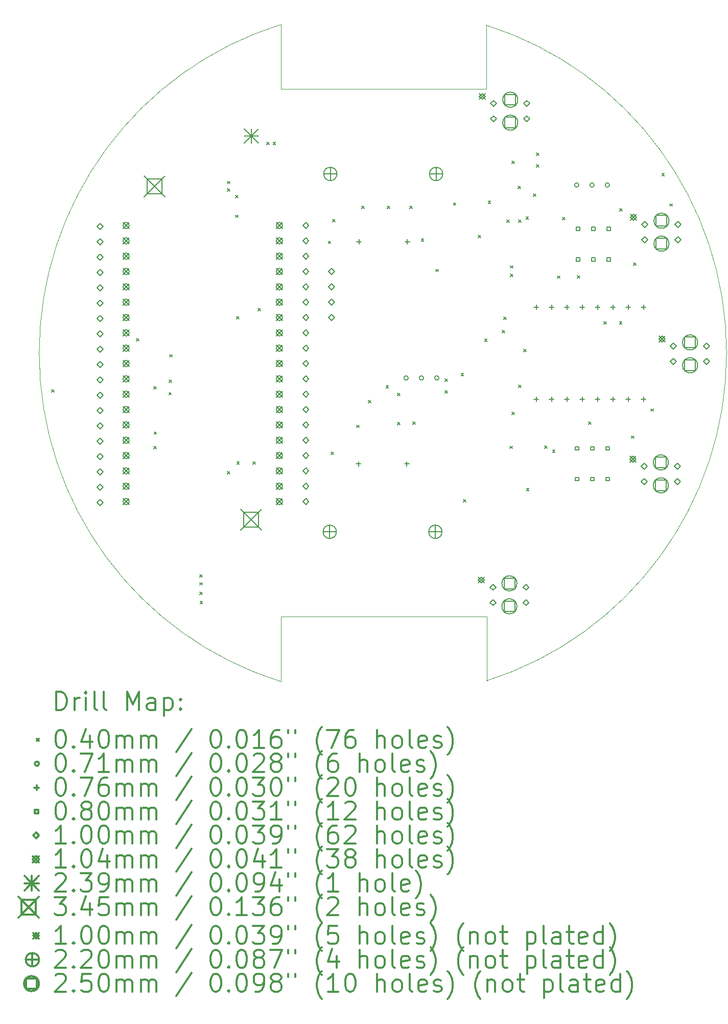
<source format=gbr>
%FSLAX45Y45*%
G04 Gerber Fmt 4.5, Leading zero omitted, Abs format (unit mm)*
G04 Created by KiCad (PCBNEW 5.1.5+dfsg1-2build2) date 2021-11-18 22:09:42*
%MOMM*%
%LPD*%
G04 APERTURE LIST*
%TA.AperFunction,Profile*%
%ADD10C,0.050000*%
%TD*%
%ADD11C,0.200000*%
%ADD12C,0.300000*%
G04 APERTURE END LIST*
D10*
X16816598Y-3713202D02*
G75*
G02X16825850Y-14570354I-1708678J-5430036D01*
G01*
X13416469Y-14584496D02*
G75*
G02X13411910Y-3703078I1690441J5441418D01*
G01*
X13417170Y-13505078D02*
X13416469Y-14584496D01*
X16825850Y-13505078D02*
X16825850Y-14570354D01*
X13412170Y-4771078D02*
X13411910Y-3703078D01*
X16820850Y-4771078D02*
X16816598Y-3713202D01*
X15121510Y-13505078D02*
X16825850Y-13505078D01*
X13417170Y-13505078D02*
X15121510Y-13505078D01*
X13412170Y-4771078D02*
X15116510Y-4771078D01*
X15116510Y-4771078D02*
X16820850Y-4771078D01*
D11*
X9614220Y-9746300D02*
X9654220Y-9786300D01*
X9654220Y-9746300D02*
X9614220Y-9786300D01*
X11022396Y-8903020D02*
X11062396Y-8943020D01*
X11062396Y-8903020D02*
X11022396Y-8943020D01*
X11305860Y-9699310D02*
X11345860Y-9739310D01*
X11345860Y-9699310D02*
X11305860Y-9739310D01*
X11309416Y-10686100D02*
X11349416Y-10726100D01*
X11349416Y-10686100D02*
X11309416Y-10726100D01*
X11312464Y-10448356D02*
X11352464Y-10488356D01*
X11352464Y-10448356D02*
X11312464Y-10488356D01*
X11558336Y-9795068D02*
X11598336Y-9835068D01*
X11598336Y-9795068D02*
X11558336Y-9835068D01*
X11561384Y-9588820D02*
X11601384Y-9628820D01*
X11601384Y-9588820D02*
X11561384Y-9628820D01*
X11570528Y-9168196D02*
X11610528Y-9208196D01*
X11610528Y-9168196D02*
X11570528Y-9208196D01*
X12069130Y-12810810D02*
X12109130Y-12850810D01*
X12109130Y-12810810D02*
X12069130Y-12850810D01*
X12070400Y-12945430D02*
X12110400Y-12985430D01*
X12110400Y-12945430D02*
X12070400Y-12985430D01*
X12071670Y-13102910D02*
X12111670Y-13142910D01*
X12111670Y-13102910D02*
X12071670Y-13142910D01*
X12074210Y-13252770D02*
X12114210Y-13292770D01*
X12114210Y-13252770D02*
X12074210Y-13292770D01*
X12528362Y-11101390D02*
X12568362Y-11141390D01*
X12568362Y-11101390D02*
X12528362Y-11141390D01*
X12528870Y-6423980D02*
X12568870Y-6463980D01*
X12568870Y-6423980D02*
X12528870Y-6463980D01*
X12530140Y-6298250D02*
X12570140Y-6338250D01*
X12570140Y-6298250D02*
X12530140Y-6338250D01*
X12663236Y-6531168D02*
X12703236Y-6571168D01*
X12703236Y-6531168D02*
X12663236Y-6571168D01*
X12663744Y-6857304D02*
X12703744Y-6897304D01*
X12703744Y-6857304D02*
X12663744Y-6897304D01*
X12682540Y-8537260D02*
X12722540Y-8577260D01*
X12722540Y-8537260D02*
X12682540Y-8577260D01*
X12684064Y-10945688D02*
X12724064Y-10985688D01*
X12724064Y-10945688D02*
X12684064Y-10985688D01*
X12949240Y-10945688D02*
X12989240Y-10985688D01*
X12989240Y-10945688D02*
X12949240Y-10985688D01*
X13038648Y-8405180D02*
X13078648Y-8445180D01*
X13078648Y-8405180D02*
X13038648Y-8445180D01*
X13182920Y-5649280D02*
X13222920Y-5689280D01*
X13222920Y-5649280D02*
X13182920Y-5689280D01*
X13285790Y-5649280D02*
X13325790Y-5689280D01*
X13325790Y-5649280D02*
X13285790Y-5689280D01*
X14199428Y-7288596D02*
X14239428Y-7328596D01*
X14239428Y-7288596D02*
X14199428Y-7328596D01*
X14249085Y-10781985D02*
X14289085Y-10821985D01*
X14289085Y-10781985D02*
X14249085Y-10821985D01*
X14272580Y-6926900D02*
X14312580Y-6966900D01*
X14312580Y-6926900D02*
X14272580Y-6966900D01*
X14672376Y-10336596D02*
X14712376Y-10376596D01*
X14712376Y-10336596D02*
X14672376Y-10376596D01*
X14756450Y-6712270D02*
X14796450Y-6752270D01*
X14796450Y-6712270D02*
X14756450Y-6752270D01*
X14863384Y-9925116D02*
X14903384Y-9965116D01*
X14903384Y-9925116D02*
X14863384Y-9965116D01*
X15157516Y-9683308D02*
X15197516Y-9723308D01*
X15197516Y-9683308D02*
X15157516Y-9723308D01*
X15179360Y-6712270D02*
X15219360Y-6752270D01*
X15219360Y-6712270D02*
X15179360Y-6752270D01*
X15346492Y-9808784D02*
X15386492Y-9848784D01*
X15386492Y-9808784D02*
X15346492Y-9848784D01*
X15349540Y-10288844D02*
X15389540Y-10328844D01*
X15389540Y-10288844D02*
X15349540Y-10328844D01*
X15551470Y-6712270D02*
X15591470Y-6752270D01*
X15591470Y-6712270D02*
X15551470Y-6752270D01*
X15600492Y-10282748D02*
X15640492Y-10322748D01*
X15640492Y-10282748D02*
X15600492Y-10322748D01*
X15741716Y-7252528D02*
X15781716Y-7292528D01*
X15781716Y-7252528D02*
X15741716Y-7292528D01*
X15979460Y-7754940D02*
X16019460Y-7794940D01*
X16019460Y-7754940D02*
X15979460Y-7794940D01*
X16135416Y-9568500D02*
X16175416Y-9608500D01*
X16175416Y-9568500D02*
X16135416Y-9608500D01*
X16135416Y-9765604D02*
X16175416Y-9805604D01*
X16175416Y-9765604D02*
X16135416Y-9805604D01*
X16275370Y-6655120D02*
X16315370Y-6695120D01*
X16315370Y-6655120D02*
X16275370Y-6695120D01*
X16401100Y-9479600D02*
X16441100Y-9519600D01*
X16441100Y-9479600D02*
X16401100Y-9519600D01*
X16439200Y-11566210D02*
X16479200Y-11606210D01*
X16479200Y-11566210D02*
X16439200Y-11606210D01*
X16685072Y-7189536D02*
X16725072Y-7229536D01*
X16725072Y-7189536D02*
X16685072Y-7229536D01*
X16790228Y-8911148D02*
X16830228Y-8951148D01*
X16830228Y-8911148D02*
X16790228Y-8951148D01*
X16849198Y-6624909D02*
X16889198Y-6664909D01*
X16889198Y-6624909D02*
X16849198Y-6664909D01*
X17085630Y-8765860D02*
X17125630Y-8805860D01*
X17125630Y-8765860D02*
X17085630Y-8805860D01*
X17109760Y-8546150D02*
X17149760Y-8586150D01*
X17149760Y-8546150D02*
X17109760Y-8586150D01*
X17160052Y-6935028D02*
X17200052Y-6975028D01*
X17200052Y-6935028D02*
X17160052Y-6975028D01*
X17208820Y-10683560D02*
X17248820Y-10723560D01*
X17248820Y-10683560D02*
X17208820Y-10723560D01*
X17220250Y-7696520D02*
X17260250Y-7736520D01*
X17260250Y-7696520D02*
X17220250Y-7736520D01*
X17220250Y-7833680D02*
X17260250Y-7873680D01*
X17260250Y-7833680D02*
X17220250Y-7873680D01*
X17244380Y-5964240D02*
X17284380Y-6004240D01*
X17284380Y-5964240D02*
X17244380Y-6004240D01*
X17246920Y-10118410D02*
X17286920Y-10158410D01*
X17286920Y-10118410D02*
X17246920Y-10158410D01*
X17345472Y-6376736D02*
X17385472Y-6416736D01*
X17385472Y-6376736D02*
X17345472Y-6416736D01*
X17352584Y-6936552D02*
X17392584Y-6976552D01*
X17392584Y-6936552D02*
X17352584Y-6976552D01*
X17355908Y-9670110D02*
X17395908Y-9710110D01*
X17395908Y-9670110D02*
X17355908Y-9710110D01*
X17436141Y-9082344D02*
X17476141Y-9122344D01*
X17476141Y-9082344D02*
X17436141Y-9122344D01*
X17476790Y-6888800D02*
X17516790Y-6928800D01*
X17516790Y-6888800D02*
X17476790Y-6928800D01*
X17485680Y-11384600D02*
X17525680Y-11424600D01*
X17525680Y-11384600D02*
X17485680Y-11424600D01*
X17596424Y-6508308D02*
X17636424Y-6548308D01*
X17636424Y-6508308D02*
X17596424Y-6548308D01*
X17652050Y-6023920D02*
X17692050Y-6063920D01*
X17692050Y-6023920D02*
X17652050Y-6063920D01*
X17653320Y-5830890D02*
X17693320Y-5870890D01*
X17693320Y-5830890D02*
X17653320Y-5870890D01*
X17785400Y-10677210D02*
X17825400Y-10717210D01*
X17825400Y-10677210D02*
X17785400Y-10717210D01*
X17917480Y-10747060D02*
X17957480Y-10787060D01*
X17957480Y-10747060D02*
X17917480Y-10787060D01*
X17997744Y-7865176D02*
X18037744Y-7905176D01*
X18037744Y-7865176D02*
X17997744Y-7905176D01*
X18080040Y-6892864D02*
X18120040Y-6932864D01*
X18120040Y-6892864D02*
X18080040Y-6932864D01*
X18328452Y-7863144D02*
X18368452Y-7903144D01*
X18368452Y-7863144D02*
X18328452Y-7903144D01*
X18514380Y-10279700D02*
X18554380Y-10319700D01*
X18554380Y-10279700D02*
X18514380Y-10319700D01*
X18768888Y-8620064D02*
X18808888Y-8660064D01*
X18808888Y-8620064D02*
X18768888Y-8660064D01*
X19025936Y-8620572D02*
X19065936Y-8660572D01*
X19065936Y-8620572D02*
X19025936Y-8660572D01*
X19028730Y-6752910D02*
X19068730Y-6792910D01*
X19068730Y-6752910D02*
X19028730Y-6792910D01*
X19228120Y-10515412D02*
X19268120Y-10555412D01*
X19268120Y-10515412D02*
X19228120Y-10555412D01*
X19261648Y-7650800D02*
X19301648Y-7690800D01*
X19301648Y-7650800D02*
X19261648Y-7690800D01*
X19548160Y-10066340D02*
X19588160Y-10106340D01*
X19588160Y-10066340D02*
X19548160Y-10106340D01*
X19729770Y-6164900D02*
X19769770Y-6204900D01*
X19769770Y-6164900D02*
X19729770Y-6204900D01*
X19859670Y-6670520D02*
X19899670Y-6710520D01*
X19899670Y-6670520D02*
X19859670Y-6710520D01*
X18351440Y-6360160D02*
G75*
G03X18351440Y-6360160I-35500J0D01*
G01*
X18605440Y-6360160D02*
G75*
G03X18605440Y-6360160I-35500J0D01*
G01*
X18859440Y-6360160D02*
G75*
G03X18859440Y-6360160I-35500J0D01*
G01*
X15524420Y-9555480D02*
G75*
G03X15524420Y-9555480I-35500J0D01*
G01*
X15778420Y-9555480D02*
G75*
G03X15778420Y-9555480I-35500J0D01*
G01*
X16032420Y-9555480D02*
G75*
G03X16032420Y-9555480I-35500J0D01*
G01*
X14709698Y-7261634D02*
X14709698Y-7337834D01*
X14671598Y-7299734D02*
X14747798Y-7299734D01*
X15509698Y-7261634D02*
X15509698Y-7337834D01*
X15471598Y-7299734D02*
X15547798Y-7299734D01*
X17646990Y-8342978D02*
X17646990Y-8419178D01*
X17608890Y-8381078D02*
X17685090Y-8381078D01*
X17646990Y-9866978D02*
X17646990Y-9943178D01*
X17608890Y-9905078D02*
X17685090Y-9905078D01*
X17900990Y-8342978D02*
X17900990Y-8419178D01*
X17862890Y-8381078D02*
X17939090Y-8381078D01*
X17900990Y-9866978D02*
X17900990Y-9943178D01*
X17862890Y-9905078D02*
X17939090Y-9905078D01*
X18154990Y-8342978D02*
X18154990Y-8419178D01*
X18116890Y-8381078D02*
X18193090Y-8381078D01*
X18154990Y-9866978D02*
X18154990Y-9943178D01*
X18116890Y-9905078D02*
X18193090Y-9905078D01*
X18408990Y-8342978D02*
X18408990Y-8419178D01*
X18370890Y-8381078D02*
X18447090Y-8381078D01*
X18408990Y-9866978D02*
X18408990Y-9943178D01*
X18370890Y-9905078D02*
X18447090Y-9905078D01*
X18662990Y-8342978D02*
X18662990Y-8419178D01*
X18624890Y-8381078D02*
X18701090Y-8381078D01*
X18662990Y-9866978D02*
X18662990Y-9943178D01*
X18624890Y-9905078D02*
X18701090Y-9905078D01*
X18916990Y-8342978D02*
X18916990Y-8419178D01*
X18878890Y-8381078D02*
X18955090Y-8381078D01*
X18916990Y-9866978D02*
X18916990Y-9943178D01*
X18878890Y-9905078D02*
X18955090Y-9905078D01*
X19170990Y-8342978D02*
X19170990Y-8419178D01*
X19132890Y-8381078D02*
X19209090Y-8381078D01*
X19170990Y-9866978D02*
X19170990Y-9943178D01*
X19132890Y-9905078D02*
X19209090Y-9905078D01*
X19424990Y-8342978D02*
X19424990Y-8419178D01*
X19386890Y-8381078D02*
X19463090Y-8381078D01*
X19424990Y-9866978D02*
X19424990Y-9943178D01*
X19386890Y-9905078D02*
X19463090Y-9905078D01*
X14699792Y-10941022D02*
X14699792Y-11017222D01*
X14661692Y-10979122D02*
X14737892Y-10979122D01*
X15499792Y-10941022D02*
X15499792Y-11017222D01*
X15461692Y-10979122D02*
X15537892Y-10979122D01*
X18369625Y-7111074D02*
X18369625Y-7054505D01*
X18313056Y-7054505D01*
X18313056Y-7111074D01*
X18369625Y-7111074D01*
X18369625Y-7619074D02*
X18369625Y-7562505D01*
X18313056Y-7562505D01*
X18313056Y-7619074D01*
X18369625Y-7619074D01*
X18623625Y-7111074D02*
X18623625Y-7054505D01*
X18567056Y-7054505D01*
X18567056Y-7111074D01*
X18623625Y-7111074D01*
X18623625Y-7619074D02*
X18623625Y-7562505D01*
X18567056Y-7562505D01*
X18567056Y-7619074D01*
X18623625Y-7619074D01*
X18877625Y-7111074D02*
X18877625Y-7054505D01*
X18821056Y-7054505D01*
X18821056Y-7111074D01*
X18877625Y-7111074D01*
X18877625Y-7619074D02*
X18877625Y-7562505D01*
X18821056Y-7562505D01*
X18821056Y-7619074D01*
X18877625Y-7619074D01*
X18353115Y-10750895D02*
X18353115Y-10694326D01*
X18296546Y-10694326D01*
X18296546Y-10750895D01*
X18353115Y-10750895D01*
X18353115Y-11258894D02*
X18353115Y-11202325D01*
X18296546Y-11202325D01*
X18296546Y-11258894D01*
X18353115Y-11258894D01*
X18607115Y-10750895D02*
X18607115Y-10694326D01*
X18550546Y-10694326D01*
X18550546Y-10750895D01*
X18607115Y-10750895D01*
X18607115Y-11258894D02*
X18607115Y-11202325D01*
X18550546Y-11202325D01*
X18550546Y-11258894D01*
X18607115Y-11258894D01*
X18861115Y-10750895D02*
X18861115Y-10694326D01*
X18804546Y-10694326D01*
X18804546Y-10750895D01*
X18861115Y-10750895D01*
X18861115Y-11258894D02*
X18861115Y-11202325D01*
X18804546Y-11202325D01*
X18804546Y-11258894D01*
X18861115Y-11258894D01*
X16940866Y-5060404D02*
X16990866Y-5010404D01*
X16940866Y-4960404D01*
X16890866Y-5010404D01*
X16940866Y-5060404D01*
X16940866Y-5314404D02*
X16990866Y-5264404D01*
X16940866Y-5214404D01*
X16890866Y-5264404D01*
X16940866Y-5314404D01*
X17490866Y-5060404D02*
X17540866Y-5010404D01*
X17490866Y-4960404D01*
X17440866Y-5010404D01*
X17490866Y-5060404D01*
X17490866Y-5314404D02*
X17540866Y-5264404D01*
X17490866Y-5214404D01*
X17440866Y-5264404D01*
X17490866Y-5314404D01*
X19447170Y-7064558D02*
X19497170Y-7014558D01*
X19447170Y-6964558D01*
X19397170Y-7014558D01*
X19447170Y-7064558D01*
X19447170Y-7318558D02*
X19497170Y-7268558D01*
X19447170Y-7218558D01*
X19397170Y-7268558D01*
X19447170Y-7318558D01*
X19997170Y-7064558D02*
X20047170Y-7014558D01*
X19997170Y-6964558D01*
X19947170Y-7014558D01*
X19997170Y-7064558D01*
X19997170Y-7318558D02*
X20047170Y-7268558D01*
X19997170Y-7218558D01*
X19947170Y-7268558D01*
X19997170Y-7318558D01*
X19920794Y-9079446D02*
X19970794Y-9029446D01*
X19920794Y-8979446D01*
X19870794Y-9029446D01*
X19920794Y-9079446D01*
X19920794Y-9333446D02*
X19970794Y-9283446D01*
X19920794Y-9233446D01*
X19870794Y-9283446D01*
X19920794Y-9333446D01*
X20470794Y-9079446D02*
X20520794Y-9029446D01*
X20470794Y-8979446D01*
X20420794Y-9029446D01*
X20470794Y-9079446D01*
X20470794Y-9333446D02*
X20520794Y-9283446D01*
X20470794Y-9233446D01*
X20420794Y-9283446D01*
X20470794Y-9333446D01*
X19437010Y-11067598D02*
X19487010Y-11017598D01*
X19437010Y-10967598D01*
X19387010Y-11017598D01*
X19437010Y-11067598D01*
X19437010Y-11321598D02*
X19487010Y-11271598D01*
X19437010Y-11221598D01*
X19387010Y-11271598D01*
X19437010Y-11321598D01*
X19987010Y-11067598D02*
X20037010Y-11017598D01*
X19987010Y-10967598D01*
X19937010Y-11017598D01*
X19987010Y-11067598D01*
X19987010Y-11321598D02*
X20037010Y-11271598D01*
X19987010Y-11221598D01*
X19937010Y-11271598D01*
X19987010Y-11321598D01*
X13826490Y-7079450D02*
X13876490Y-7029450D01*
X13826490Y-6979450D01*
X13776490Y-7029450D01*
X13826490Y-7079450D01*
X13826490Y-7333450D02*
X13876490Y-7283450D01*
X13826490Y-7233450D01*
X13776490Y-7283450D01*
X13826490Y-7333450D01*
X13826490Y-7587450D02*
X13876490Y-7537450D01*
X13826490Y-7487450D01*
X13776490Y-7537450D01*
X13826490Y-7587450D01*
X13826490Y-7841450D02*
X13876490Y-7791450D01*
X13826490Y-7741450D01*
X13776490Y-7791450D01*
X13826490Y-7841450D01*
X13826490Y-8095450D02*
X13876490Y-8045450D01*
X13826490Y-7995450D01*
X13776490Y-8045450D01*
X13826490Y-8095450D01*
X13826490Y-8349450D02*
X13876490Y-8299450D01*
X13826490Y-8249450D01*
X13776490Y-8299450D01*
X13826490Y-8349450D01*
X13826490Y-8603450D02*
X13876490Y-8553450D01*
X13826490Y-8503450D01*
X13776490Y-8553450D01*
X13826490Y-8603450D01*
X13826490Y-8857450D02*
X13876490Y-8807450D01*
X13826490Y-8757450D01*
X13776490Y-8807450D01*
X13826490Y-8857450D01*
X13826490Y-9111450D02*
X13876490Y-9061450D01*
X13826490Y-9011450D01*
X13776490Y-9061450D01*
X13826490Y-9111450D01*
X13826490Y-9365450D02*
X13876490Y-9315450D01*
X13826490Y-9265450D01*
X13776490Y-9315450D01*
X13826490Y-9365450D01*
X13826490Y-9619450D02*
X13876490Y-9569450D01*
X13826490Y-9519450D01*
X13776490Y-9569450D01*
X13826490Y-9619450D01*
X13826490Y-9873450D02*
X13876490Y-9823450D01*
X13826490Y-9773450D01*
X13776490Y-9823450D01*
X13826490Y-9873450D01*
X13826490Y-10127450D02*
X13876490Y-10077450D01*
X13826490Y-10027450D01*
X13776490Y-10077450D01*
X13826490Y-10127450D01*
X13826490Y-10381450D02*
X13876490Y-10331450D01*
X13826490Y-10281450D01*
X13776490Y-10331450D01*
X13826490Y-10381450D01*
X13826490Y-10635450D02*
X13876490Y-10585450D01*
X13826490Y-10535450D01*
X13776490Y-10585450D01*
X13826490Y-10635450D01*
X13826490Y-10889450D02*
X13876490Y-10839450D01*
X13826490Y-10789450D01*
X13776490Y-10839450D01*
X13826490Y-10889450D01*
X13826490Y-11143450D02*
X13876490Y-11093450D01*
X13826490Y-11043450D01*
X13776490Y-11093450D01*
X13826490Y-11143450D01*
X13826490Y-11397450D02*
X13876490Y-11347450D01*
X13826490Y-11297450D01*
X13776490Y-11347450D01*
X13826490Y-11397450D01*
X13826490Y-11651450D02*
X13876490Y-11601450D01*
X13826490Y-11551450D01*
X13776490Y-11601450D01*
X13826490Y-11651450D01*
X14254480Y-7845260D02*
X14304480Y-7795260D01*
X14254480Y-7745260D01*
X14204480Y-7795260D01*
X14254480Y-7845260D01*
X14254480Y-8099260D02*
X14304480Y-8049260D01*
X14254480Y-7999260D01*
X14204480Y-8049260D01*
X14254480Y-8099260D01*
X14254480Y-8353260D02*
X14304480Y-8303260D01*
X14254480Y-8253260D01*
X14204480Y-8303260D01*
X14254480Y-8353260D01*
X14254480Y-8607260D02*
X14304480Y-8557260D01*
X14254480Y-8507260D01*
X14204480Y-8557260D01*
X14254480Y-8607260D01*
X10420350Y-7093420D02*
X10470350Y-7043420D01*
X10420350Y-6993420D01*
X10370350Y-7043420D01*
X10420350Y-7093420D01*
X10420350Y-7347420D02*
X10470350Y-7297420D01*
X10420350Y-7247420D01*
X10370350Y-7297420D01*
X10420350Y-7347420D01*
X10420350Y-7601420D02*
X10470350Y-7551420D01*
X10420350Y-7501420D01*
X10370350Y-7551420D01*
X10420350Y-7601420D01*
X10420350Y-7855420D02*
X10470350Y-7805420D01*
X10420350Y-7755420D01*
X10370350Y-7805420D01*
X10420350Y-7855420D01*
X10420350Y-8109420D02*
X10470350Y-8059420D01*
X10420350Y-8009420D01*
X10370350Y-8059420D01*
X10420350Y-8109420D01*
X10420350Y-8363420D02*
X10470350Y-8313420D01*
X10420350Y-8263420D01*
X10370350Y-8313420D01*
X10420350Y-8363420D01*
X10420350Y-8617420D02*
X10470350Y-8567420D01*
X10420350Y-8517420D01*
X10370350Y-8567420D01*
X10420350Y-8617420D01*
X10420350Y-8871420D02*
X10470350Y-8821420D01*
X10420350Y-8771420D01*
X10370350Y-8821420D01*
X10420350Y-8871420D01*
X10420350Y-9125420D02*
X10470350Y-9075420D01*
X10420350Y-9025420D01*
X10370350Y-9075420D01*
X10420350Y-9125420D01*
X10420350Y-9379420D02*
X10470350Y-9329420D01*
X10420350Y-9279420D01*
X10370350Y-9329420D01*
X10420350Y-9379420D01*
X10420350Y-9633420D02*
X10470350Y-9583420D01*
X10420350Y-9533420D01*
X10370350Y-9583420D01*
X10420350Y-9633420D01*
X10420350Y-9887420D02*
X10470350Y-9837420D01*
X10420350Y-9787420D01*
X10370350Y-9837420D01*
X10420350Y-9887420D01*
X10420350Y-10141420D02*
X10470350Y-10091420D01*
X10420350Y-10041420D01*
X10370350Y-10091420D01*
X10420350Y-10141420D01*
X10420350Y-10395420D02*
X10470350Y-10345420D01*
X10420350Y-10295420D01*
X10370350Y-10345420D01*
X10420350Y-10395420D01*
X10420350Y-10649420D02*
X10470350Y-10599420D01*
X10420350Y-10549420D01*
X10370350Y-10599420D01*
X10420350Y-10649420D01*
X10420350Y-10903420D02*
X10470350Y-10853420D01*
X10420350Y-10803420D01*
X10370350Y-10853420D01*
X10420350Y-10903420D01*
X10420350Y-11157420D02*
X10470350Y-11107420D01*
X10420350Y-11057420D01*
X10370350Y-11107420D01*
X10420350Y-11157420D01*
X10420350Y-11411420D02*
X10470350Y-11361420D01*
X10420350Y-11311420D01*
X10370350Y-11361420D01*
X10420350Y-11411420D01*
X10420350Y-11665420D02*
X10470350Y-11615420D01*
X10420350Y-11565420D01*
X10370350Y-11615420D01*
X10420350Y-11665420D01*
X16926134Y-13070294D02*
X16976134Y-13020294D01*
X16926134Y-12970294D01*
X16876134Y-13020294D01*
X16926134Y-13070294D01*
X16926134Y-13324294D02*
X16976134Y-13274294D01*
X16926134Y-13224294D01*
X16876134Y-13274294D01*
X16926134Y-13324294D01*
X17476134Y-13070294D02*
X17526134Y-13020294D01*
X17476134Y-12970294D01*
X17426134Y-13020294D01*
X17476134Y-13070294D01*
X17476134Y-13324294D02*
X17526134Y-13274294D01*
X17476134Y-13224294D01*
X17426134Y-13274294D01*
X17476134Y-13324294D01*
X10797356Y-6978840D02*
X10901356Y-7082840D01*
X10901356Y-6978840D02*
X10797356Y-7082840D01*
X10901356Y-7030840D02*
G75*
G03X10901356Y-7030840I-52000J0D01*
G01*
X10797356Y-7232840D02*
X10901356Y-7336840D01*
X10901356Y-7232840D02*
X10797356Y-7336840D01*
X10901356Y-7284840D02*
G75*
G03X10901356Y-7284840I-52000J0D01*
G01*
X10797356Y-7486840D02*
X10901356Y-7590840D01*
X10901356Y-7486840D02*
X10797356Y-7590840D01*
X10901356Y-7538840D02*
G75*
G03X10901356Y-7538840I-52000J0D01*
G01*
X10797356Y-7740840D02*
X10901356Y-7844840D01*
X10901356Y-7740840D02*
X10797356Y-7844840D01*
X10901356Y-7792840D02*
G75*
G03X10901356Y-7792840I-52000J0D01*
G01*
X10797356Y-7994840D02*
X10901356Y-8098840D01*
X10901356Y-7994840D02*
X10797356Y-8098840D01*
X10901356Y-8046840D02*
G75*
G03X10901356Y-8046840I-52000J0D01*
G01*
X10797356Y-8248840D02*
X10901356Y-8352840D01*
X10901356Y-8248840D02*
X10797356Y-8352840D01*
X10901356Y-8300840D02*
G75*
G03X10901356Y-8300840I-52000J0D01*
G01*
X10797356Y-8502840D02*
X10901356Y-8606840D01*
X10901356Y-8502840D02*
X10797356Y-8606840D01*
X10901356Y-8554840D02*
G75*
G03X10901356Y-8554840I-52000J0D01*
G01*
X10797356Y-8756840D02*
X10901356Y-8860840D01*
X10901356Y-8756840D02*
X10797356Y-8860840D01*
X10901356Y-8808840D02*
G75*
G03X10901356Y-8808840I-52000J0D01*
G01*
X10797356Y-9010840D02*
X10901356Y-9114840D01*
X10901356Y-9010840D02*
X10797356Y-9114840D01*
X10901356Y-9062840D02*
G75*
G03X10901356Y-9062840I-52000J0D01*
G01*
X10797356Y-9264840D02*
X10901356Y-9368840D01*
X10901356Y-9264840D02*
X10797356Y-9368840D01*
X10901356Y-9316840D02*
G75*
G03X10901356Y-9316840I-52000J0D01*
G01*
X10797356Y-9518840D02*
X10901356Y-9622840D01*
X10901356Y-9518840D02*
X10797356Y-9622840D01*
X10901356Y-9570840D02*
G75*
G03X10901356Y-9570840I-52000J0D01*
G01*
X10797356Y-9772840D02*
X10901356Y-9876840D01*
X10901356Y-9772840D02*
X10797356Y-9876840D01*
X10901356Y-9824840D02*
G75*
G03X10901356Y-9824840I-52000J0D01*
G01*
X10797356Y-10026840D02*
X10901356Y-10130840D01*
X10901356Y-10026840D02*
X10797356Y-10130840D01*
X10901356Y-10078840D02*
G75*
G03X10901356Y-10078840I-52000J0D01*
G01*
X10797356Y-10280840D02*
X10901356Y-10384840D01*
X10901356Y-10280840D02*
X10797356Y-10384840D01*
X10901356Y-10332840D02*
G75*
G03X10901356Y-10332840I-52000J0D01*
G01*
X10797356Y-10534840D02*
X10901356Y-10638840D01*
X10901356Y-10534840D02*
X10797356Y-10638840D01*
X10901356Y-10586840D02*
G75*
G03X10901356Y-10586840I-52000J0D01*
G01*
X10797356Y-10788840D02*
X10901356Y-10892840D01*
X10901356Y-10788840D02*
X10797356Y-10892840D01*
X10901356Y-10840840D02*
G75*
G03X10901356Y-10840840I-52000J0D01*
G01*
X10797356Y-11042840D02*
X10901356Y-11146840D01*
X10901356Y-11042840D02*
X10797356Y-11146840D01*
X10901356Y-11094840D02*
G75*
G03X10901356Y-11094840I-52000J0D01*
G01*
X10797356Y-11296840D02*
X10901356Y-11400840D01*
X10901356Y-11296840D02*
X10797356Y-11400840D01*
X10901356Y-11348840D02*
G75*
G03X10901356Y-11348840I-52000J0D01*
G01*
X10797356Y-11550840D02*
X10901356Y-11654840D01*
X10901356Y-11550840D02*
X10797356Y-11654840D01*
X10901356Y-11602840D02*
G75*
G03X10901356Y-11602840I-52000J0D01*
G01*
X13337356Y-6978840D02*
X13441356Y-7082840D01*
X13441356Y-6978840D02*
X13337356Y-7082840D01*
X13441356Y-7030840D02*
G75*
G03X13441356Y-7030840I-52000J0D01*
G01*
X13337356Y-7232840D02*
X13441356Y-7336840D01*
X13441356Y-7232840D02*
X13337356Y-7336840D01*
X13441356Y-7284840D02*
G75*
G03X13441356Y-7284840I-52000J0D01*
G01*
X13337356Y-7486840D02*
X13441356Y-7590840D01*
X13441356Y-7486840D02*
X13337356Y-7590840D01*
X13441356Y-7538840D02*
G75*
G03X13441356Y-7538840I-52000J0D01*
G01*
X13337356Y-7740840D02*
X13441356Y-7844840D01*
X13441356Y-7740840D02*
X13337356Y-7844840D01*
X13441356Y-7792840D02*
G75*
G03X13441356Y-7792840I-52000J0D01*
G01*
X13337356Y-7994840D02*
X13441356Y-8098840D01*
X13441356Y-7994840D02*
X13337356Y-8098840D01*
X13441356Y-8046840D02*
G75*
G03X13441356Y-8046840I-52000J0D01*
G01*
X13337356Y-8248840D02*
X13441356Y-8352840D01*
X13441356Y-8248840D02*
X13337356Y-8352840D01*
X13441356Y-8300840D02*
G75*
G03X13441356Y-8300840I-52000J0D01*
G01*
X13337356Y-8502840D02*
X13441356Y-8606840D01*
X13441356Y-8502840D02*
X13337356Y-8606840D01*
X13441356Y-8554840D02*
G75*
G03X13441356Y-8554840I-52000J0D01*
G01*
X13337356Y-8756840D02*
X13441356Y-8860840D01*
X13441356Y-8756840D02*
X13337356Y-8860840D01*
X13441356Y-8808840D02*
G75*
G03X13441356Y-8808840I-52000J0D01*
G01*
X13337356Y-9010840D02*
X13441356Y-9114840D01*
X13441356Y-9010840D02*
X13337356Y-9114840D01*
X13441356Y-9062840D02*
G75*
G03X13441356Y-9062840I-52000J0D01*
G01*
X13337356Y-9264840D02*
X13441356Y-9368840D01*
X13441356Y-9264840D02*
X13337356Y-9368840D01*
X13441356Y-9316840D02*
G75*
G03X13441356Y-9316840I-52000J0D01*
G01*
X13337356Y-9518840D02*
X13441356Y-9622840D01*
X13441356Y-9518840D02*
X13337356Y-9622840D01*
X13441356Y-9570840D02*
G75*
G03X13441356Y-9570840I-52000J0D01*
G01*
X13337356Y-9772840D02*
X13441356Y-9876840D01*
X13441356Y-9772840D02*
X13337356Y-9876840D01*
X13441356Y-9824840D02*
G75*
G03X13441356Y-9824840I-52000J0D01*
G01*
X13337356Y-10026840D02*
X13441356Y-10130840D01*
X13441356Y-10026840D02*
X13337356Y-10130840D01*
X13441356Y-10078840D02*
G75*
G03X13441356Y-10078840I-52000J0D01*
G01*
X13337356Y-10280840D02*
X13441356Y-10384840D01*
X13441356Y-10280840D02*
X13337356Y-10384840D01*
X13441356Y-10332840D02*
G75*
G03X13441356Y-10332840I-52000J0D01*
G01*
X13337356Y-10534840D02*
X13441356Y-10638840D01*
X13441356Y-10534840D02*
X13337356Y-10638840D01*
X13441356Y-10586840D02*
G75*
G03X13441356Y-10586840I-52000J0D01*
G01*
X13337356Y-10788840D02*
X13441356Y-10892840D01*
X13441356Y-10788840D02*
X13337356Y-10892840D01*
X13441356Y-10840840D02*
G75*
G03X13441356Y-10840840I-52000J0D01*
G01*
X13337356Y-11042840D02*
X13441356Y-11146840D01*
X13441356Y-11042840D02*
X13337356Y-11146840D01*
X13441356Y-11094840D02*
G75*
G03X13441356Y-11094840I-52000J0D01*
G01*
X13337356Y-11296840D02*
X13441356Y-11400840D01*
X13441356Y-11296840D02*
X13337356Y-11400840D01*
X13441356Y-11348840D02*
G75*
G03X13441356Y-11348840I-52000J0D01*
G01*
X13337356Y-11550840D02*
X13441356Y-11654840D01*
X13441356Y-11550840D02*
X13337356Y-11654840D01*
X13441356Y-11602840D02*
G75*
G03X13441356Y-11602840I-52000J0D01*
G01*
X12802410Y-5430578D02*
X13041410Y-5669578D01*
X13041410Y-5430578D02*
X12802410Y-5669578D01*
X12921910Y-5430578D02*
X12921910Y-5669578D01*
X12802410Y-5550078D02*
X13041410Y-5550078D01*
X11149410Y-6210578D02*
X11494410Y-6555578D01*
X11494410Y-6210578D02*
X11149410Y-6555578D01*
X11443887Y-6505055D02*
X11443887Y-6261101D01*
X11199933Y-6261101D01*
X11199933Y-6505055D01*
X11443887Y-6505055D01*
X12749410Y-11730578D02*
X13094410Y-12075578D01*
X13094410Y-11730578D02*
X12749410Y-12075578D01*
X13043887Y-12025055D02*
X13043887Y-11781101D01*
X12799933Y-11781101D01*
X12799933Y-12025055D01*
X13043887Y-12025055D01*
X16686134Y-12852294D02*
X16786134Y-12952294D01*
X16786134Y-12852294D02*
X16686134Y-12952294D01*
X16736134Y-12952294D02*
X16786134Y-12902294D01*
X16736134Y-12852294D01*
X16686134Y-12902294D01*
X16736134Y-12952294D01*
X16700866Y-4842404D02*
X16800866Y-4942404D01*
X16800866Y-4842404D02*
X16700866Y-4942404D01*
X16750866Y-4942404D02*
X16800866Y-4892404D01*
X16750866Y-4842404D01*
X16700866Y-4892404D01*
X16750866Y-4942404D01*
X19207170Y-6846558D02*
X19307170Y-6946558D01*
X19307170Y-6846558D02*
X19207170Y-6946558D01*
X19257170Y-6946558D02*
X19307170Y-6896558D01*
X19257170Y-6846558D01*
X19207170Y-6896558D01*
X19257170Y-6946558D01*
X19680794Y-8861446D02*
X19780794Y-8961446D01*
X19780794Y-8861446D02*
X19680794Y-8961446D01*
X19730794Y-8961446D02*
X19780794Y-8911446D01*
X19730794Y-8861446D01*
X19680794Y-8911446D01*
X19730794Y-8961446D01*
X19197010Y-10849598D02*
X19297010Y-10949598D01*
X19297010Y-10849598D02*
X19197010Y-10949598D01*
X19247010Y-10949598D02*
X19297010Y-10899598D01*
X19247010Y-10849598D01*
X19197010Y-10899598D01*
X19247010Y-10949598D01*
X15986760Y-6067280D02*
X15986760Y-6287280D01*
X15876760Y-6177280D02*
X16096760Y-6177280D01*
X16096760Y-6177280D02*
G75*
G03X16096760Y-6177280I-110000J0D01*
G01*
X14224000Y-11993100D02*
X14224000Y-12213100D01*
X14114000Y-12103100D02*
X14334000Y-12103100D01*
X14334000Y-12103100D02*
G75*
G03X14334000Y-12103100I-110000J0D01*
G01*
X15974060Y-11993100D02*
X15974060Y-12213100D01*
X15864060Y-12103100D02*
X16084060Y-12103100D01*
X16084060Y-12103100D02*
G75*
G03X16084060Y-12103100I-110000J0D01*
G01*
X14232890Y-6067280D02*
X14232890Y-6287280D01*
X14122890Y-6177280D02*
X14342890Y-6177280D01*
X14342890Y-6177280D02*
G75*
G03X14342890Y-6177280I-110000J0D01*
G01*
X17289523Y-13045683D02*
X17289523Y-12868905D01*
X17112745Y-12868905D01*
X17112745Y-13045683D01*
X17289523Y-13045683D01*
X17326134Y-12957294D02*
G75*
G03X17326134Y-12957294I-125000J0D01*
G01*
X17289523Y-13425683D02*
X17289523Y-13248905D01*
X17112745Y-13248905D01*
X17112745Y-13425683D01*
X17289523Y-13425683D01*
X17326134Y-13337294D02*
G75*
G03X17326134Y-13337294I-125000J0D01*
G01*
X17304255Y-5035793D02*
X17304255Y-4859015D01*
X17127477Y-4859015D01*
X17127477Y-5035793D01*
X17304255Y-5035793D01*
X17340866Y-4947404D02*
G75*
G03X17340866Y-4947404I-125000J0D01*
G01*
X17304255Y-5415793D02*
X17304255Y-5239015D01*
X17127477Y-5239015D01*
X17127477Y-5415793D01*
X17304255Y-5415793D01*
X17340866Y-5327404D02*
G75*
G03X17340866Y-5327404I-125000J0D01*
G01*
X19810559Y-7039947D02*
X19810559Y-6863169D01*
X19633781Y-6863169D01*
X19633781Y-7039947D01*
X19810559Y-7039947D01*
X19847170Y-6951558D02*
G75*
G03X19847170Y-6951558I-125000J0D01*
G01*
X19810559Y-7419947D02*
X19810559Y-7243169D01*
X19633781Y-7243169D01*
X19633781Y-7419947D01*
X19810559Y-7419947D01*
X19847170Y-7331558D02*
G75*
G03X19847170Y-7331558I-125000J0D01*
G01*
X20284183Y-9054835D02*
X20284183Y-8878057D01*
X20107405Y-8878057D01*
X20107405Y-9054835D01*
X20284183Y-9054835D01*
X20320794Y-8966446D02*
G75*
G03X20320794Y-8966446I-125000J0D01*
G01*
X20284183Y-9434835D02*
X20284183Y-9258057D01*
X20107405Y-9258057D01*
X20107405Y-9434835D01*
X20284183Y-9434835D01*
X20320794Y-9346446D02*
G75*
G03X20320794Y-9346446I-125000J0D01*
G01*
X19800399Y-11042987D02*
X19800399Y-10866209D01*
X19623621Y-10866209D01*
X19623621Y-11042987D01*
X19800399Y-11042987D01*
X19837010Y-10954598D02*
G75*
G03X19837010Y-10954598I-125000J0D01*
G01*
X19800399Y-11422987D02*
X19800399Y-11246209D01*
X19623621Y-11246209D01*
X19623621Y-11422987D01*
X19800399Y-11422987D01*
X19837010Y-11334598D02*
G75*
G03X19837010Y-11334598I-125000J0D01*
G01*
D12*
X9692889Y-15052711D02*
X9692889Y-14752711D01*
X9764318Y-14752711D01*
X9807175Y-14766996D01*
X9835747Y-14795568D01*
X9850032Y-14824139D01*
X9864318Y-14881282D01*
X9864318Y-14924139D01*
X9850032Y-14981282D01*
X9835747Y-15009853D01*
X9807175Y-15038425D01*
X9764318Y-15052711D01*
X9692889Y-15052711D01*
X9992889Y-15052711D02*
X9992889Y-14852711D01*
X9992889Y-14909853D02*
X10007175Y-14881282D01*
X10021461Y-14866996D01*
X10050032Y-14852711D01*
X10078604Y-14852711D01*
X10178604Y-15052711D02*
X10178604Y-14852711D01*
X10178604Y-14752711D02*
X10164318Y-14766996D01*
X10178604Y-14781282D01*
X10192889Y-14766996D01*
X10178604Y-14752711D01*
X10178604Y-14781282D01*
X10364318Y-15052711D02*
X10335747Y-15038425D01*
X10321461Y-15009853D01*
X10321461Y-14752711D01*
X10521461Y-15052711D02*
X10492889Y-15038425D01*
X10478604Y-15009853D01*
X10478604Y-14752711D01*
X10864318Y-15052711D02*
X10864318Y-14752711D01*
X10964318Y-14966996D01*
X11064318Y-14752711D01*
X11064318Y-15052711D01*
X11335747Y-15052711D02*
X11335747Y-14895568D01*
X11321461Y-14866996D01*
X11292889Y-14852711D01*
X11235747Y-14852711D01*
X11207175Y-14866996D01*
X11335747Y-15038425D02*
X11307175Y-15052711D01*
X11235747Y-15052711D01*
X11207175Y-15038425D01*
X11192889Y-15009853D01*
X11192889Y-14981282D01*
X11207175Y-14952711D01*
X11235747Y-14938425D01*
X11307175Y-14938425D01*
X11335747Y-14924139D01*
X11478604Y-14852711D02*
X11478604Y-15152711D01*
X11478604Y-14866996D02*
X11507175Y-14852711D01*
X11564318Y-14852711D01*
X11592889Y-14866996D01*
X11607175Y-14881282D01*
X11621461Y-14909853D01*
X11621461Y-14995568D01*
X11607175Y-15024139D01*
X11592889Y-15038425D01*
X11564318Y-15052711D01*
X11507175Y-15052711D01*
X11478604Y-15038425D01*
X11750032Y-15024139D02*
X11764318Y-15038425D01*
X11750032Y-15052711D01*
X11735747Y-15038425D01*
X11750032Y-15024139D01*
X11750032Y-15052711D01*
X11750032Y-14866996D02*
X11764318Y-14881282D01*
X11750032Y-14895568D01*
X11735747Y-14881282D01*
X11750032Y-14866996D01*
X11750032Y-14895568D01*
X9366461Y-15526996D02*
X9406461Y-15566996D01*
X9406461Y-15526996D02*
X9366461Y-15566996D01*
X9750032Y-15382711D02*
X9778604Y-15382711D01*
X9807175Y-15396996D01*
X9821461Y-15411282D01*
X9835747Y-15439853D01*
X9850032Y-15496996D01*
X9850032Y-15568425D01*
X9835747Y-15625568D01*
X9821461Y-15654139D01*
X9807175Y-15668425D01*
X9778604Y-15682711D01*
X9750032Y-15682711D01*
X9721461Y-15668425D01*
X9707175Y-15654139D01*
X9692889Y-15625568D01*
X9678604Y-15568425D01*
X9678604Y-15496996D01*
X9692889Y-15439853D01*
X9707175Y-15411282D01*
X9721461Y-15396996D01*
X9750032Y-15382711D01*
X9978604Y-15654139D02*
X9992889Y-15668425D01*
X9978604Y-15682711D01*
X9964318Y-15668425D01*
X9978604Y-15654139D01*
X9978604Y-15682711D01*
X10250032Y-15482711D02*
X10250032Y-15682711D01*
X10178604Y-15368425D02*
X10107175Y-15582711D01*
X10292889Y-15582711D01*
X10464318Y-15382711D02*
X10492889Y-15382711D01*
X10521461Y-15396996D01*
X10535747Y-15411282D01*
X10550032Y-15439853D01*
X10564318Y-15496996D01*
X10564318Y-15568425D01*
X10550032Y-15625568D01*
X10535747Y-15654139D01*
X10521461Y-15668425D01*
X10492889Y-15682711D01*
X10464318Y-15682711D01*
X10435747Y-15668425D01*
X10421461Y-15654139D01*
X10407175Y-15625568D01*
X10392889Y-15568425D01*
X10392889Y-15496996D01*
X10407175Y-15439853D01*
X10421461Y-15411282D01*
X10435747Y-15396996D01*
X10464318Y-15382711D01*
X10692889Y-15682711D02*
X10692889Y-15482711D01*
X10692889Y-15511282D02*
X10707175Y-15496996D01*
X10735747Y-15482711D01*
X10778604Y-15482711D01*
X10807175Y-15496996D01*
X10821461Y-15525568D01*
X10821461Y-15682711D01*
X10821461Y-15525568D02*
X10835747Y-15496996D01*
X10864318Y-15482711D01*
X10907175Y-15482711D01*
X10935747Y-15496996D01*
X10950032Y-15525568D01*
X10950032Y-15682711D01*
X11092889Y-15682711D02*
X11092889Y-15482711D01*
X11092889Y-15511282D02*
X11107175Y-15496996D01*
X11135747Y-15482711D01*
X11178604Y-15482711D01*
X11207175Y-15496996D01*
X11221461Y-15525568D01*
X11221461Y-15682711D01*
X11221461Y-15525568D02*
X11235747Y-15496996D01*
X11264318Y-15482711D01*
X11307175Y-15482711D01*
X11335747Y-15496996D01*
X11350032Y-15525568D01*
X11350032Y-15682711D01*
X11935747Y-15368425D02*
X11678604Y-15754139D01*
X12321461Y-15382711D02*
X12350032Y-15382711D01*
X12378604Y-15396996D01*
X12392889Y-15411282D01*
X12407175Y-15439853D01*
X12421461Y-15496996D01*
X12421461Y-15568425D01*
X12407175Y-15625568D01*
X12392889Y-15654139D01*
X12378604Y-15668425D01*
X12350032Y-15682711D01*
X12321461Y-15682711D01*
X12292889Y-15668425D01*
X12278604Y-15654139D01*
X12264318Y-15625568D01*
X12250032Y-15568425D01*
X12250032Y-15496996D01*
X12264318Y-15439853D01*
X12278604Y-15411282D01*
X12292889Y-15396996D01*
X12321461Y-15382711D01*
X12550032Y-15654139D02*
X12564318Y-15668425D01*
X12550032Y-15682711D01*
X12535747Y-15668425D01*
X12550032Y-15654139D01*
X12550032Y-15682711D01*
X12750032Y-15382711D02*
X12778604Y-15382711D01*
X12807175Y-15396996D01*
X12821461Y-15411282D01*
X12835747Y-15439853D01*
X12850032Y-15496996D01*
X12850032Y-15568425D01*
X12835747Y-15625568D01*
X12821461Y-15654139D01*
X12807175Y-15668425D01*
X12778604Y-15682711D01*
X12750032Y-15682711D01*
X12721461Y-15668425D01*
X12707175Y-15654139D01*
X12692889Y-15625568D01*
X12678604Y-15568425D01*
X12678604Y-15496996D01*
X12692889Y-15439853D01*
X12707175Y-15411282D01*
X12721461Y-15396996D01*
X12750032Y-15382711D01*
X13135747Y-15682711D02*
X12964318Y-15682711D01*
X13050032Y-15682711D02*
X13050032Y-15382711D01*
X13021461Y-15425568D01*
X12992889Y-15454139D01*
X12964318Y-15468425D01*
X13392889Y-15382711D02*
X13335747Y-15382711D01*
X13307175Y-15396996D01*
X13292889Y-15411282D01*
X13264318Y-15454139D01*
X13250032Y-15511282D01*
X13250032Y-15625568D01*
X13264318Y-15654139D01*
X13278604Y-15668425D01*
X13307175Y-15682711D01*
X13364318Y-15682711D01*
X13392889Y-15668425D01*
X13407175Y-15654139D01*
X13421461Y-15625568D01*
X13421461Y-15554139D01*
X13407175Y-15525568D01*
X13392889Y-15511282D01*
X13364318Y-15496996D01*
X13307175Y-15496996D01*
X13278604Y-15511282D01*
X13264318Y-15525568D01*
X13250032Y-15554139D01*
X13535747Y-15382711D02*
X13535747Y-15439853D01*
X13650032Y-15382711D02*
X13650032Y-15439853D01*
X14092889Y-15796996D02*
X14078604Y-15782711D01*
X14050032Y-15739853D01*
X14035747Y-15711282D01*
X14021461Y-15668425D01*
X14007175Y-15596996D01*
X14007175Y-15539853D01*
X14021461Y-15468425D01*
X14035747Y-15425568D01*
X14050032Y-15396996D01*
X14078604Y-15354139D01*
X14092889Y-15339853D01*
X14178604Y-15382711D02*
X14378604Y-15382711D01*
X14250032Y-15682711D01*
X14621461Y-15382711D02*
X14564318Y-15382711D01*
X14535747Y-15396996D01*
X14521461Y-15411282D01*
X14492889Y-15454139D01*
X14478604Y-15511282D01*
X14478604Y-15625568D01*
X14492889Y-15654139D01*
X14507175Y-15668425D01*
X14535747Y-15682711D01*
X14592889Y-15682711D01*
X14621461Y-15668425D01*
X14635747Y-15654139D01*
X14650032Y-15625568D01*
X14650032Y-15554139D01*
X14635747Y-15525568D01*
X14621461Y-15511282D01*
X14592889Y-15496996D01*
X14535747Y-15496996D01*
X14507175Y-15511282D01*
X14492889Y-15525568D01*
X14478604Y-15554139D01*
X15007175Y-15682711D02*
X15007175Y-15382711D01*
X15135747Y-15682711D02*
X15135747Y-15525568D01*
X15121461Y-15496996D01*
X15092889Y-15482711D01*
X15050032Y-15482711D01*
X15021461Y-15496996D01*
X15007175Y-15511282D01*
X15321461Y-15682711D02*
X15292889Y-15668425D01*
X15278604Y-15654139D01*
X15264318Y-15625568D01*
X15264318Y-15539853D01*
X15278604Y-15511282D01*
X15292889Y-15496996D01*
X15321461Y-15482711D01*
X15364318Y-15482711D01*
X15392889Y-15496996D01*
X15407175Y-15511282D01*
X15421461Y-15539853D01*
X15421461Y-15625568D01*
X15407175Y-15654139D01*
X15392889Y-15668425D01*
X15364318Y-15682711D01*
X15321461Y-15682711D01*
X15592889Y-15682711D02*
X15564318Y-15668425D01*
X15550032Y-15639853D01*
X15550032Y-15382711D01*
X15821461Y-15668425D02*
X15792889Y-15682711D01*
X15735747Y-15682711D01*
X15707175Y-15668425D01*
X15692889Y-15639853D01*
X15692889Y-15525568D01*
X15707175Y-15496996D01*
X15735747Y-15482711D01*
X15792889Y-15482711D01*
X15821461Y-15496996D01*
X15835747Y-15525568D01*
X15835747Y-15554139D01*
X15692889Y-15582711D01*
X15950032Y-15668425D02*
X15978604Y-15682711D01*
X16035747Y-15682711D01*
X16064318Y-15668425D01*
X16078604Y-15639853D01*
X16078604Y-15625568D01*
X16064318Y-15596996D01*
X16035747Y-15582711D01*
X15992889Y-15582711D01*
X15964318Y-15568425D01*
X15950032Y-15539853D01*
X15950032Y-15525568D01*
X15964318Y-15496996D01*
X15992889Y-15482711D01*
X16035747Y-15482711D01*
X16064318Y-15496996D01*
X16178604Y-15796996D02*
X16192889Y-15782711D01*
X16221461Y-15739853D01*
X16235747Y-15711282D01*
X16250032Y-15668425D01*
X16264318Y-15596996D01*
X16264318Y-15539853D01*
X16250032Y-15468425D01*
X16235747Y-15425568D01*
X16221461Y-15396996D01*
X16192889Y-15354139D01*
X16178604Y-15339853D01*
X9406461Y-15942996D02*
G75*
G03X9406461Y-15942996I-35500J0D01*
G01*
X9750032Y-15778711D02*
X9778604Y-15778711D01*
X9807175Y-15792996D01*
X9821461Y-15807282D01*
X9835747Y-15835853D01*
X9850032Y-15892996D01*
X9850032Y-15964425D01*
X9835747Y-16021568D01*
X9821461Y-16050139D01*
X9807175Y-16064425D01*
X9778604Y-16078711D01*
X9750032Y-16078711D01*
X9721461Y-16064425D01*
X9707175Y-16050139D01*
X9692889Y-16021568D01*
X9678604Y-15964425D01*
X9678604Y-15892996D01*
X9692889Y-15835853D01*
X9707175Y-15807282D01*
X9721461Y-15792996D01*
X9750032Y-15778711D01*
X9978604Y-16050139D02*
X9992889Y-16064425D01*
X9978604Y-16078711D01*
X9964318Y-16064425D01*
X9978604Y-16050139D01*
X9978604Y-16078711D01*
X10092889Y-15778711D02*
X10292889Y-15778711D01*
X10164318Y-16078711D01*
X10564318Y-16078711D02*
X10392889Y-16078711D01*
X10478604Y-16078711D02*
X10478604Y-15778711D01*
X10450032Y-15821568D01*
X10421461Y-15850139D01*
X10392889Y-15864425D01*
X10692889Y-16078711D02*
X10692889Y-15878711D01*
X10692889Y-15907282D02*
X10707175Y-15892996D01*
X10735747Y-15878711D01*
X10778604Y-15878711D01*
X10807175Y-15892996D01*
X10821461Y-15921568D01*
X10821461Y-16078711D01*
X10821461Y-15921568D02*
X10835747Y-15892996D01*
X10864318Y-15878711D01*
X10907175Y-15878711D01*
X10935747Y-15892996D01*
X10950032Y-15921568D01*
X10950032Y-16078711D01*
X11092889Y-16078711D02*
X11092889Y-15878711D01*
X11092889Y-15907282D02*
X11107175Y-15892996D01*
X11135747Y-15878711D01*
X11178604Y-15878711D01*
X11207175Y-15892996D01*
X11221461Y-15921568D01*
X11221461Y-16078711D01*
X11221461Y-15921568D02*
X11235747Y-15892996D01*
X11264318Y-15878711D01*
X11307175Y-15878711D01*
X11335747Y-15892996D01*
X11350032Y-15921568D01*
X11350032Y-16078711D01*
X11935747Y-15764425D02*
X11678604Y-16150139D01*
X12321461Y-15778711D02*
X12350032Y-15778711D01*
X12378604Y-15792996D01*
X12392889Y-15807282D01*
X12407175Y-15835853D01*
X12421461Y-15892996D01*
X12421461Y-15964425D01*
X12407175Y-16021568D01*
X12392889Y-16050139D01*
X12378604Y-16064425D01*
X12350032Y-16078711D01*
X12321461Y-16078711D01*
X12292889Y-16064425D01*
X12278604Y-16050139D01*
X12264318Y-16021568D01*
X12250032Y-15964425D01*
X12250032Y-15892996D01*
X12264318Y-15835853D01*
X12278604Y-15807282D01*
X12292889Y-15792996D01*
X12321461Y-15778711D01*
X12550032Y-16050139D02*
X12564318Y-16064425D01*
X12550032Y-16078711D01*
X12535747Y-16064425D01*
X12550032Y-16050139D01*
X12550032Y-16078711D01*
X12750032Y-15778711D02*
X12778604Y-15778711D01*
X12807175Y-15792996D01*
X12821461Y-15807282D01*
X12835747Y-15835853D01*
X12850032Y-15892996D01*
X12850032Y-15964425D01*
X12835747Y-16021568D01*
X12821461Y-16050139D01*
X12807175Y-16064425D01*
X12778604Y-16078711D01*
X12750032Y-16078711D01*
X12721461Y-16064425D01*
X12707175Y-16050139D01*
X12692889Y-16021568D01*
X12678604Y-15964425D01*
X12678604Y-15892996D01*
X12692889Y-15835853D01*
X12707175Y-15807282D01*
X12721461Y-15792996D01*
X12750032Y-15778711D01*
X12964318Y-15807282D02*
X12978604Y-15792996D01*
X13007175Y-15778711D01*
X13078604Y-15778711D01*
X13107175Y-15792996D01*
X13121461Y-15807282D01*
X13135747Y-15835853D01*
X13135747Y-15864425D01*
X13121461Y-15907282D01*
X12950032Y-16078711D01*
X13135747Y-16078711D01*
X13307175Y-15907282D02*
X13278604Y-15892996D01*
X13264318Y-15878711D01*
X13250032Y-15850139D01*
X13250032Y-15835853D01*
X13264318Y-15807282D01*
X13278604Y-15792996D01*
X13307175Y-15778711D01*
X13364318Y-15778711D01*
X13392889Y-15792996D01*
X13407175Y-15807282D01*
X13421461Y-15835853D01*
X13421461Y-15850139D01*
X13407175Y-15878711D01*
X13392889Y-15892996D01*
X13364318Y-15907282D01*
X13307175Y-15907282D01*
X13278604Y-15921568D01*
X13264318Y-15935853D01*
X13250032Y-15964425D01*
X13250032Y-16021568D01*
X13264318Y-16050139D01*
X13278604Y-16064425D01*
X13307175Y-16078711D01*
X13364318Y-16078711D01*
X13392889Y-16064425D01*
X13407175Y-16050139D01*
X13421461Y-16021568D01*
X13421461Y-15964425D01*
X13407175Y-15935853D01*
X13392889Y-15921568D01*
X13364318Y-15907282D01*
X13535747Y-15778711D02*
X13535747Y-15835853D01*
X13650032Y-15778711D02*
X13650032Y-15835853D01*
X14092889Y-16192996D02*
X14078604Y-16178711D01*
X14050032Y-16135853D01*
X14035747Y-16107282D01*
X14021461Y-16064425D01*
X14007175Y-15992996D01*
X14007175Y-15935853D01*
X14021461Y-15864425D01*
X14035747Y-15821568D01*
X14050032Y-15792996D01*
X14078604Y-15750139D01*
X14092889Y-15735853D01*
X14335747Y-15778711D02*
X14278604Y-15778711D01*
X14250032Y-15792996D01*
X14235747Y-15807282D01*
X14207175Y-15850139D01*
X14192889Y-15907282D01*
X14192889Y-16021568D01*
X14207175Y-16050139D01*
X14221461Y-16064425D01*
X14250032Y-16078711D01*
X14307175Y-16078711D01*
X14335747Y-16064425D01*
X14350032Y-16050139D01*
X14364318Y-16021568D01*
X14364318Y-15950139D01*
X14350032Y-15921568D01*
X14335747Y-15907282D01*
X14307175Y-15892996D01*
X14250032Y-15892996D01*
X14221461Y-15907282D01*
X14207175Y-15921568D01*
X14192889Y-15950139D01*
X14721461Y-16078711D02*
X14721461Y-15778711D01*
X14850032Y-16078711D02*
X14850032Y-15921568D01*
X14835747Y-15892996D01*
X14807175Y-15878711D01*
X14764318Y-15878711D01*
X14735747Y-15892996D01*
X14721461Y-15907282D01*
X15035747Y-16078711D02*
X15007175Y-16064425D01*
X14992889Y-16050139D01*
X14978604Y-16021568D01*
X14978604Y-15935853D01*
X14992889Y-15907282D01*
X15007175Y-15892996D01*
X15035747Y-15878711D01*
X15078604Y-15878711D01*
X15107175Y-15892996D01*
X15121461Y-15907282D01*
X15135747Y-15935853D01*
X15135747Y-16021568D01*
X15121461Y-16050139D01*
X15107175Y-16064425D01*
X15078604Y-16078711D01*
X15035747Y-16078711D01*
X15307175Y-16078711D02*
X15278604Y-16064425D01*
X15264318Y-16035853D01*
X15264318Y-15778711D01*
X15535747Y-16064425D02*
X15507175Y-16078711D01*
X15450032Y-16078711D01*
X15421461Y-16064425D01*
X15407175Y-16035853D01*
X15407175Y-15921568D01*
X15421461Y-15892996D01*
X15450032Y-15878711D01*
X15507175Y-15878711D01*
X15535747Y-15892996D01*
X15550032Y-15921568D01*
X15550032Y-15950139D01*
X15407175Y-15978711D01*
X15664318Y-16064425D02*
X15692889Y-16078711D01*
X15750032Y-16078711D01*
X15778604Y-16064425D01*
X15792889Y-16035853D01*
X15792889Y-16021568D01*
X15778604Y-15992996D01*
X15750032Y-15978711D01*
X15707175Y-15978711D01*
X15678604Y-15964425D01*
X15664318Y-15935853D01*
X15664318Y-15921568D01*
X15678604Y-15892996D01*
X15707175Y-15878711D01*
X15750032Y-15878711D01*
X15778604Y-15892996D01*
X15892889Y-16192996D02*
X15907175Y-16178711D01*
X15935747Y-16135853D01*
X15950032Y-16107282D01*
X15964318Y-16064425D01*
X15978604Y-15992996D01*
X15978604Y-15935853D01*
X15964318Y-15864425D01*
X15950032Y-15821568D01*
X15935747Y-15792996D01*
X15907175Y-15750139D01*
X15892889Y-15735853D01*
X9368361Y-16300896D02*
X9368361Y-16377096D01*
X9330261Y-16338996D02*
X9406461Y-16338996D01*
X9750032Y-16174711D02*
X9778604Y-16174711D01*
X9807175Y-16188996D01*
X9821461Y-16203282D01*
X9835747Y-16231853D01*
X9850032Y-16288996D01*
X9850032Y-16360425D01*
X9835747Y-16417568D01*
X9821461Y-16446139D01*
X9807175Y-16460425D01*
X9778604Y-16474711D01*
X9750032Y-16474711D01*
X9721461Y-16460425D01*
X9707175Y-16446139D01*
X9692889Y-16417568D01*
X9678604Y-16360425D01*
X9678604Y-16288996D01*
X9692889Y-16231853D01*
X9707175Y-16203282D01*
X9721461Y-16188996D01*
X9750032Y-16174711D01*
X9978604Y-16446139D02*
X9992889Y-16460425D01*
X9978604Y-16474711D01*
X9964318Y-16460425D01*
X9978604Y-16446139D01*
X9978604Y-16474711D01*
X10092889Y-16174711D02*
X10292889Y-16174711D01*
X10164318Y-16474711D01*
X10535747Y-16174711D02*
X10478604Y-16174711D01*
X10450032Y-16188996D01*
X10435747Y-16203282D01*
X10407175Y-16246139D01*
X10392889Y-16303282D01*
X10392889Y-16417568D01*
X10407175Y-16446139D01*
X10421461Y-16460425D01*
X10450032Y-16474711D01*
X10507175Y-16474711D01*
X10535747Y-16460425D01*
X10550032Y-16446139D01*
X10564318Y-16417568D01*
X10564318Y-16346139D01*
X10550032Y-16317568D01*
X10535747Y-16303282D01*
X10507175Y-16288996D01*
X10450032Y-16288996D01*
X10421461Y-16303282D01*
X10407175Y-16317568D01*
X10392889Y-16346139D01*
X10692889Y-16474711D02*
X10692889Y-16274711D01*
X10692889Y-16303282D02*
X10707175Y-16288996D01*
X10735747Y-16274711D01*
X10778604Y-16274711D01*
X10807175Y-16288996D01*
X10821461Y-16317568D01*
X10821461Y-16474711D01*
X10821461Y-16317568D02*
X10835747Y-16288996D01*
X10864318Y-16274711D01*
X10907175Y-16274711D01*
X10935747Y-16288996D01*
X10950032Y-16317568D01*
X10950032Y-16474711D01*
X11092889Y-16474711D02*
X11092889Y-16274711D01*
X11092889Y-16303282D02*
X11107175Y-16288996D01*
X11135747Y-16274711D01*
X11178604Y-16274711D01*
X11207175Y-16288996D01*
X11221461Y-16317568D01*
X11221461Y-16474711D01*
X11221461Y-16317568D02*
X11235747Y-16288996D01*
X11264318Y-16274711D01*
X11307175Y-16274711D01*
X11335747Y-16288996D01*
X11350032Y-16317568D01*
X11350032Y-16474711D01*
X11935747Y-16160425D02*
X11678604Y-16546139D01*
X12321461Y-16174711D02*
X12350032Y-16174711D01*
X12378604Y-16188996D01*
X12392889Y-16203282D01*
X12407175Y-16231853D01*
X12421461Y-16288996D01*
X12421461Y-16360425D01*
X12407175Y-16417568D01*
X12392889Y-16446139D01*
X12378604Y-16460425D01*
X12350032Y-16474711D01*
X12321461Y-16474711D01*
X12292889Y-16460425D01*
X12278604Y-16446139D01*
X12264318Y-16417568D01*
X12250032Y-16360425D01*
X12250032Y-16288996D01*
X12264318Y-16231853D01*
X12278604Y-16203282D01*
X12292889Y-16188996D01*
X12321461Y-16174711D01*
X12550032Y-16446139D02*
X12564318Y-16460425D01*
X12550032Y-16474711D01*
X12535747Y-16460425D01*
X12550032Y-16446139D01*
X12550032Y-16474711D01*
X12750032Y-16174711D02*
X12778604Y-16174711D01*
X12807175Y-16188996D01*
X12821461Y-16203282D01*
X12835747Y-16231853D01*
X12850032Y-16288996D01*
X12850032Y-16360425D01*
X12835747Y-16417568D01*
X12821461Y-16446139D01*
X12807175Y-16460425D01*
X12778604Y-16474711D01*
X12750032Y-16474711D01*
X12721461Y-16460425D01*
X12707175Y-16446139D01*
X12692889Y-16417568D01*
X12678604Y-16360425D01*
X12678604Y-16288996D01*
X12692889Y-16231853D01*
X12707175Y-16203282D01*
X12721461Y-16188996D01*
X12750032Y-16174711D01*
X12950032Y-16174711D02*
X13135747Y-16174711D01*
X13035747Y-16288996D01*
X13078604Y-16288996D01*
X13107175Y-16303282D01*
X13121461Y-16317568D01*
X13135747Y-16346139D01*
X13135747Y-16417568D01*
X13121461Y-16446139D01*
X13107175Y-16460425D01*
X13078604Y-16474711D01*
X12992889Y-16474711D01*
X12964318Y-16460425D01*
X12950032Y-16446139D01*
X13321461Y-16174711D02*
X13350032Y-16174711D01*
X13378604Y-16188996D01*
X13392889Y-16203282D01*
X13407175Y-16231853D01*
X13421461Y-16288996D01*
X13421461Y-16360425D01*
X13407175Y-16417568D01*
X13392889Y-16446139D01*
X13378604Y-16460425D01*
X13350032Y-16474711D01*
X13321461Y-16474711D01*
X13292889Y-16460425D01*
X13278604Y-16446139D01*
X13264318Y-16417568D01*
X13250032Y-16360425D01*
X13250032Y-16288996D01*
X13264318Y-16231853D01*
X13278604Y-16203282D01*
X13292889Y-16188996D01*
X13321461Y-16174711D01*
X13535747Y-16174711D02*
X13535747Y-16231853D01*
X13650032Y-16174711D02*
X13650032Y-16231853D01*
X14092889Y-16588996D02*
X14078604Y-16574711D01*
X14050032Y-16531853D01*
X14035747Y-16503282D01*
X14021461Y-16460425D01*
X14007175Y-16388996D01*
X14007175Y-16331853D01*
X14021461Y-16260425D01*
X14035747Y-16217568D01*
X14050032Y-16188996D01*
X14078604Y-16146139D01*
X14092889Y-16131853D01*
X14192889Y-16203282D02*
X14207175Y-16188996D01*
X14235747Y-16174711D01*
X14307175Y-16174711D01*
X14335747Y-16188996D01*
X14350032Y-16203282D01*
X14364318Y-16231853D01*
X14364318Y-16260425D01*
X14350032Y-16303282D01*
X14178604Y-16474711D01*
X14364318Y-16474711D01*
X14550032Y-16174711D02*
X14578604Y-16174711D01*
X14607175Y-16188996D01*
X14621461Y-16203282D01*
X14635747Y-16231853D01*
X14650032Y-16288996D01*
X14650032Y-16360425D01*
X14635747Y-16417568D01*
X14621461Y-16446139D01*
X14607175Y-16460425D01*
X14578604Y-16474711D01*
X14550032Y-16474711D01*
X14521461Y-16460425D01*
X14507175Y-16446139D01*
X14492889Y-16417568D01*
X14478604Y-16360425D01*
X14478604Y-16288996D01*
X14492889Y-16231853D01*
X14507175Y-16203282D01*
X14521461Y-16188996D01*
X14550032Y-16174711D01*
X15007175Y-16474711D02*
X15007175Y-16174711D01*
X15135747Y-16474711D02*
X15135747Y-16317568D01*
X15121461Y-16288996D01*
X15092889Y-16274711D01*
X15050032Y-16274711D01*
X15021461Y-16288996D01*
X15007175Y-16303282D01*
X15321461Y-16474711D02*
X15292889Y-16460425D01*
X15278604Y-16446139D01*
X15264318Y-16417568D01*
X15264318Y-16331853D01*
X15278604Y-16303282D01*
X15292889Y-16288996D01*
X15321461Y-16274711D01*
X15364318Y-16274711D01*
X15392889Y-16288996D01*
X15407175Y-16303282D01*
X15421461Y-16331853D01*
X15421461Y-16417568D01*
X15407175Y-16446139D01*
X15392889Y-16460425D01*
X15364318Y-16474711D01*
X15321461Y-16474711D01*
X15592889Y-16474711D02*
X15564318Y-16460425D01*
X15550032Y-16431853D01*
X15550032Y-16174711D01*
X15821461Y-16460425D02*
X15792889Y-16474711D01*
X15735747Y-16474711D01*
X15707175Y-16460425D01*
X15692889Y-16431853D01*
X15692889Y-16317568D01*
X15707175Y-16288996D01*
X15735747Y-16274711D01*
X15792889Y-16274711D01*
X15821461Y-16288996D01*
X15835747Y-16317568D01*
X15835747Y-16346139D01*
X15692889Y-16374711D01*
X15950032Y-16460425D02*
X15978604Y-16474711D01*
X16035747Y-16474711D01*
X16064318Y-16460425D01*
X16078604Y-16431853D01*
X16078604Y-16417568D01*
X16064318Y-16388996D01*
X16035747Y-16374711D01*
X15992889Y-16374711D01*
X15964318Y-16360425D01*
X15950032Y-16331853D01*
X15950032Y-16317568D01*
X15964318Y-16288996D01*
X15992889Y-16274711D01*
X16035747Y-16274711D01*
X16064318Y-16288996D01*
X16178604Y-16588996D02*
X16192889Y-16574711D01*
X16221461Y-16531853D01*
X16235747Y-16503282D01*
X16250032Y-16460425D01*
X16264318Y-16388996D01*
X16264318Y-16331853D01*
X16250032Y-16260425D01*
X16235747Y-16217568D01*
X16221461Y-16188996D01*
X16192889Y-16146139D01*
X16178604Y-16131853D01*
X9394745Y-16763281D02*
X9394745Y-16706712D01*
X9338176Y-16706712D01*
X9338176Y-16763281D01*
X9394745Y-16763281D01*
X9750032Y-16570711D02*
X9778604Y-16570711D01*
X9807175Y-16584996D01*
X9821461Y-16599282D01*
X9835747Y-16627853D01*
X9850032Y-16684996D01*
X9850032Y-16756425D01*
X9835747Y-16813568D01*
X9821461Y-16842139D01*
X9807175Y-16856425D01*
X9778604Y-16870711D01*
X9750032Y-16870711D01*
X9721461Y-16856425D01*
X9707175Y-16842139D01*
X9692889Y-16813568D01*
X9678604Y-16756425D01*
X9678604Y-16684996D01*
X9692889Y-16627853D01*
X9707175Y-16599282D01*
X9721461Y-16584996D01*
X9750032Y-16570711D01*
X9978604Y-16842139D02*
X9992889Y-16856425D01*
X9978604Y-16870711D01*
X9964318Y-16856425D01*
X9978604Y-16842139D01*
X9978604Y-16870711D01*
X10164318Y-16699282D02*
X10135747Y-16684996D01*
X10121461Y-16670711D01*
X10107175Y-16642139D01*
X10107175Y-16627853D01*
X10121461Y-16599282D01*
X10135747Y-16584996D01*
X10164318Y-16570711D01*
X10221461Y-16570711D01*
X10250032Y-16584996D01*
X10264318Y-16599282D01*
X10278604Y-16627853D01*
X10278604Y-16642139D01*
X10264318Y-16670711D01*
X10250032Y-16684996D01*
X10221461Y-16699282D01*
X10164318Y-16699282D01*
X10135747Y-16713568D01*
X10121461Y-16727853D01*
X10107175Y-16756425D01*
X10107175Y-16813568D01*
X10121461Y-16842139D01*
X10135747Y-16856425D01*
X10164318Y-16870711D01*
X10221461Y-16870711D01*
X10250032Y-16856425D01*
X10264318Y-16842139D01*
X10278604Y-16813568D01*
X10278604Y-16756425D01*
X10264318Y-16727853D01*
X10250032Y-16713568D01*
X10221461Y-16699282D01*
X10464318Y-16570711D02*
X10492889Y-16570711D01*
X10521461Y-16584996D01*
X10535747Y-16599282D01*
X10550032Y-16627853D01*
X10564318Y-16684996D01*
X10564318Y-16756425D01*
X10550032Y-16813568D01*
X10535747Y-16842139D01*
X10521461Y-16856425D01*
X10492889Y-16870711D01*
X10464318Y-16870711D01*
X10435747Y-16856425D01*
X10421461Y-16842139D01*
X10407175Y-16813568D01*
X10392889Y-16756425D01*
X10392889Y-16684996D01*
X10407175Y-16627853D01*
X10421461Y-16599282D01*
X10435747Y-16584996D01*
X10464318Y-16570711D01*
X10692889Y-16870711D02*
X10692889Y-16670711D01*
X10692889Y-16699282D02*
X10707175Y-16684996D01*
X10735747Y-16670711D01*
X10778604Y-16670711D01*
X10807175Y-16684996D01*
X10821461Y-16713568D01*
X10821461Y-16870711D01*
X10821461Y-16713568D02*
X10835747Y-16684996D01*
X10864318Y-16670711D01*
X10907175Y-16670711D01*
X10935747Y-16684996D01*
X10950032Y-16713568D01*
X10950032Y-16870711D01*
X11092889Y-16870711D02*
X11092889Y-16670711D01*
X11092889Y-16699282D02*
X11107175Y-16684996D01*
X11135747Y-16670711D01*
X11178604Y-16670711D01*
X11207175Y-16684996D01*
X11221461Y-16713568D01*
X11221461Y-16870711D01*
X11221461Y-16713568D02*
X11235747Y-16684996D01*
X11264318Y-16670711D01*
X11307175Y-16670711D01*
X11335747Y-16684996D01*
X11350032Y-16713568D01*
X11350032Y-16870711D01*
X11935747Y-16556425D02*
X11678604Y-16942139D01*
X12321461Y-16570711D02*
X12350032Y-16570711D01*
X12378604Y-16584996D01*
X12392889Y-16599282D01*
X12407175Y-16627853D01*
X12421461Y-16684996D01*
X12421461Y-16756425D01*
X12407175Y-16813568D01*
X12392889Y-16842139D01*
X12378604Y-16856425D01*
X12350032Y-16870711D01*
X12321461Y-16870711D01*
X12292889Y-16856425D01*
X12278604Y-16842139D01*
X12264318Y-16813568D01*
X12250032Y-16756425D01*
X12250032Y-16684996D01*
X12264318Y-16627853D01*
X12278604Y-16599282D01*
X12292889Y-16584996D01*
X12321461Y-16570711D01*
X12550032Y-16842139D02*
X12564318Y-16856425D01*
X12550032Y-16870711D01*
X12535747Y-16856425D01*
X12550032Y-16842139D01*
X12550032Y-16870711D01*
X12750032Y-16570711D02*
X12778604Y-16570711D01*
X12807175Y-16584996D01*
X12821461Y-16599282D01*
X12835747Y-16627853D01*
X12850032Y-16684996D01*
X12850032Y-16756425D01*
X12835747Y-16813568D01*
X12821461Y-16842139D01*
X12807175Y-16856425D01*
X12778604Y-16870711D01*
X12750032Y-16870711D01*
X12721461Y-16856425D01*
X12707175Y-16842139D01*
X12692889Y-16813568D01*
X12678604Y-16756425D01*
X12678604Y-16684996D01*
X12692889Y-16627853D01*
X12707175Y-16599282D01*
X12721461Y-16584996D01*
X12750032Y-16570711D01*
X12950032Y-16570711D02*
X13135747Y-16570711D01*
X13035747Y-16684996D01*
X13078604Y-16684996D01*
X13107175Y-16699282D01*
X13121461Y-16713568D01*
X13135747Y-16742139D01*
X13135747Y-16813568D01*
X13121461Y-16842139D01*
X13107175Y-16856425D01*
X13078604Y-16870711D01*
X12992889Y-16870711D01*
X12964318Y-16856425D01*
X12950032Y-16842139D01*
X13421461Y-16870711D02*
X13250032Y-16870711D01*
X13335747Y-16870711D02*
X13335747Y-16570711D01*
X13307175Y-16613568D01*
X13278604Y-16642139D01*
X13250032Y-16656425D01*
X13535747Y-16570711D02*
X13535747Y-16627853D01*
X13650032Y-16570711D02*
X13650032Y-16627853D01*
X14092889Y-16984996D02*
X14078604Y-16970711D01*
X14050032Y-16927854D01*
X14035747Y-16899282D01*
X14021461Y-16856425D01*
X14007175Y-16784996D01*
X14007175Y-16727853D01*
X14021461Y-16656425D01*
X14035747Y-16613568D01*
X14050032Y-16584996D01*
X14078604Y-16542139D01*
X14092889Y-16527853D01*
X14364318Y-16870711D02*
X14192889Y-16870711D01*
X14278604Y-16870711D02*
X14278604Y-16570711D01*
X14250032Y-16613568D01*
X14221461Y-16642139D01*
X14192889Y-16656425D01*
X14478604Y-16599282D02*
X14492889Y-16584996D01*
X14521461Y-16570711D01*
X14592889Y-16570711D01*
X14621461Y-16584996D01*
X14635747Y-16599282D01*
X14650032Y-16627853D01*
X14650032Y-16656425D01*
X14635747Y-16699282D01*
X14464318Y-16870711D01*
X14650032Y-16870711D01*
X15007175Y-16870711D02*
X15007175Y-16570711D01*
X15135747Y-16870711D02*
X15135747Y-16713568D01*
X15121461Y-16684996D01*
X15092889Y-16670711D01*
X15050032Y-16670711D01*
X15021461Y-16684996D01*
X15007175Y-16699282D01*
X15321461Y-16870711D02*
X15292889Y-16856425D01*
X15278604Y-16842139D01*
X15264318Y-16813568D01*
X15264318Y-16727853D01*
X15278604Y-16699282D01*
X15292889Y-16684996D01*
X15321461Y-16670711D01*
X15364318Y-16670711D01*
X15392889Y-16684996D01*
X15407175Y-16699282D01*
X15421461Y-16727853D01*
X15421461Y-16813568D01*
X15407175Y-16842139D01*
X15392889Y-16856425D01*
X15364318Y-16870711D01*
X15321461Y-16870711D01*
X15592889Y-16870711D02*
X15564318Y-16856425D01*
X15550032Y-16827854D01*
X15550032Y-16570711D01*
X15821461Y-16856425D02*
X15792889Y-16870711D01*
X15735747Y-16870711D01*
X15707175Y-16856425D01*
X15692889Y-16827854D01*
X15692889Y-16713568D01*
X15707175Y-16684996D01*
X15735747Y-16670711D01*
X15792889Y-16670711D01*
X15821461Y-16684996D01*
X15835747Y-16713568D01*
X15835747Y-16742139D01*
X15692889Y-16770711D01*
X15950032Y-16856425D02*
X15978604Y-16870711D01*
X16035747Y-16870711D01*
X16064318Y-16856425D01*
X16078604Y-16827854D01*
X16078604Y-16813568D01*
X16064318Y-16784996D01*
X16035747Y-16770711D01*
X15992889Y-16770711D01*
X15964318Y-16756425D01*
X15950032Y-16727853D01*
X15950032Y-16713568D01*
X15964318Y-16684996D01*
X15992889Y-16670711D01*
X16035747Y-16670711D01*
X16064318Y-16684996D01*
X16178604Y-16984996D02*
X16192889Y-16970711D01*
X16221461Y-16927854D01*
X16235747Y-16899282D01*
X16250032Y-16856425D01*
X16264318Y-16784996D01*
X16264318Y-16727853D01*
X16250032Y-16656425D01*
X16235747Y-16613568D01*
X16221461Y-16584996D01*
X16192889Y-16542139D01*
X16178604Y-16527853D01*
X9356461Y-17180996D02*
X9406461Y-17130996D01*
X9356461Y-17080996D01*
X9306461Y-17130996D01*
X9356461Y-17180996D01*
X9850032Y-17266711D02*
X9678604Y-17266711D01*
X9764318Y-17266711D02*
X9764318Y-16966711D01*
X9735747Y-17009568D01*
X9707175Y-17038139D01*
X9678604Y-17052425D01*
X9978604Y-17238139D02*
X9992889Y-17252425D01*
X9978604Y-17266711D01*
X9964318Y-17252425D01*
X9978604Y-17238139D01*
X9978604Y-17266711D01*
X10178604Y-16966711D02*
X10207175Y-16966711D01*
X10235747Y-16980996D01*
X10250032Y-16995282D01*
X10264318Y-17023854D01*
X10278604Y-17080996D01*
X10278604Y-17152425D01*
X10264318Y-17209568D01*
X10250032Y-17238139D01*
X10235747Y-17252425D01*
X10207175Y-17266711D01*
X10178604Y-17266711D01*
X10150032Y-17252425D01*
X10135747Y-17238139D01*
X10121461Y-17209568D01*
X10107175Y-17152425D01*
X10107175Y-17080996D01*
X10121461Y-17023854D01*
X10135747Y-16995282D01*
X10150032Y-16980996D01*
X10178604Y-16966711D01*
X10464318Y-16966711D02*
X10492889Y-16966711D01*
X10521461Y-16980996D01*
X10535747Y-16995282D01*
X10550032Y-17023854D01*
X10564318Y-17080996D01*
X10564318Y-17152425D01*
X10550032Y-17209568D01*
X10535747Y-17238139D01*
X10521461Y-17252425D01*
X10492889Y-17266711D01*
X10464318Y-17266711D01*
X10435747Y-17252425D01*
X10421461Y-17238139D01*
X10407175Y-17209568D01*
X10392889Y-17152425D01*
X10392889Y-17080996D01*
X10407175Y-17023854D01*
X10421461Y-16995282D01*
X10435747Y-16980996D01*
X10464318Y-16966711D01*
X10692889Y-17266711D02*
X10692889Y-17066711D01*
X10692889Y-17095282D02*
X10707175Y-17080996D01*
X10735747Y-17066711D01*
X10778604Y-17066711D01*
X10807175Y-17080996D01*
X10821461Y-17109568D01*
X10821461Y-17266711D01*
X10821461Y-17109568D02*
X10835747Y-17080996D01*
X10864318Y-17066711D01*
X10907175Y-17066711D01*
X10935747Y-17080996D01*
X10950032Y-17109568D01*
X10950032Y-17266711D01*
X11092889Y-17266711D02*
X11092889Y-17066711D01*
X11092889Y-17095282D02*
X11107175Y-17080996D01*
X11135747Y-17066711D01*
X11178604Y-17066711D01*
X11207175Y-17080996D01*
X11221461Y-17109568D01*
X11221461Y-17266711D01*
X11221461Y-17109568D02*
X11235747Y-17080996D01*
X11264318Y-17066711D01*
X11307175Y-17066711D01*
X11335747Y-17080996D01*
X11350032Y-17109568D01*
X11350032Y-17266711D01*
X11935747Y-16952425D02*
X11678604Y-17338139D01*
X12321461Y-16966711D02*
X12350032Y-16966711D01*
X12378604Y-16980996D01*
X12392889Y-16995282D01*
X12407175Y-17023854D01*
X12421461Y-17080996D01*
X12421461Y-17152425D01*
X12407175Y-17209568D01*
X12392889Y-17238139D01*
X12378604Y-17252425D01*
X12350032Y-17266711D01*
X12321461Y-17266711D01*
X12292889Y-17252425D01*
X12278604Y-17238139D01*
X12264318Y-17209568D01*
X12250032Y-17152425D01*
X12250032Y-17080996D01*
X12264318Y-17023854D01*
X12278604Y-16995282D01*
X12292889Y-16980996D01*
X12321461Y-16966711D01*
X12550032Y-17238139D02*
X12564318Y-17252425D01*
X12550032Y-17266711D01*
X12535747Y-17252425D01*
X12550032Y-17238139D01*
X12550032Y-17266711D01*
X12750032Y-16966711D02*
X12778604Y-16966711D01*
X12807175Y-16980996D01*
X12821461Y-16995282D01*
X12835747Y-17023854D01*
X12850032Y-17080996D01*
X12850032Y-17152425D01*
X12835747Y-17209568D01*
X12821461Y-17238139D01*
X12807175Y-17252425D01*
X12778604Y-17266711D01*
X12750032Y-17266711D01*
X12721461Y-17252425D01*
X12707175Y-17238139D01*
X12692889Y-17209568D01*
X12678604Y-17152425D01*
X12678604Y-17080996D01*
X12692889Y-17023854D01*
X12707175Y-16995282D01*
X12721461Y-16980996D01*
X12750032Y-16966711D01*
X12950032Y-16966711D02*
X13135747Y-16966711D01*
X13035747Y-17080996D01*
X13078604Y-17080996D01*
X13107175Y-17095282D01*
X13121461Y-17109568D01*
X13135747Y-17138139D01*
X13135747Y-17209568D01*
X13121461Y-17238139D01*
X13107175Y-17252425D01*
X13078604Y-17266711D01*
X12992889Y-17266711D01*
X12964318Y-17252425D01*
X12950032Y-17238139D01*
X13278604Y-17266711D02*
X13335747Y-17266711D01*
X13364318Y-17252425D01*
X13378604Y-17238139D01*
X13407175Y-17195282D01*
X13421461Y-17138139D01*
X13421461Y-17023854D01*
X13407175Y-16995282D01*
X13392889Y-16980996D01*
X13364318Y-16966711D01*
X13307175Y-16966711D01*
X13278604Y-16980996D01*
X13264318Y-16995282D01*
X13250032Y-17023854D01*
X13250032Y-17095282D01*
X13264318Y-17123854D01*
X13278604Y-17138139D01*
X13307175Y-17152425D01*
X13364318Y-17152425D01*
X13392889Y-17138139D01*
X13407175Y-17123854D01*
X13421461Y-17095282D01*
X13535747Y-16966711D02*
X13535747Y-17023854D01*
X13650032Y-16966711D02*
X13650032Y-17023854D01*
X14092889Y-17380996D02*
X14078604Y-17366711D01*
X14050032Y-17323854D01*
X14035747Y-17295282D01*
X14021461Y-17252425D01*
X14007175Y-17180996D01*
X14007175Y-17123854D01*
X14021461Y-17052425D01*
X14035747Y-17009568D01*
X14050032Y-16980996D01*
X14078604Y-16938139D01*
X14092889Y-16923854D01*
X14335747Y-16966711D02*
X14278604Y-16966711D01*
X14250032Y-16980996D01*
X14235747Y-16995282D01*
X14207175Y-17038139D01*
X14192889Y-17095282D01*
X14192889Y-17209568D01*
X14207175Y-17238139D01*
X14221461Y-17252425D01*
X14250032Y-17266711D01*
X14307175Y-17266711D01*
X14335747Y-17252425D01*
X14350032Y-17238139D01*
X14364318Y-17209568D01*
X14364318Y-17138139D01*
X14350032Y-17109568D01*
X14335747Y-17095282D01*
X14307175Y-17080996D01*
X14250032Y-17080996D01*
X14221461Y-17095282D01*
X14207175Y-17109568D01*
X14192889Y-17138139D01*
X14478604Y-16995282D02*
X14492889Y-16980996D01*
X14521461Y-16966711D01*
X14592889Y-16966711D01*
X14621461Y-16980996D01*
X14635747Y-16995282D01*
X14650032Y-17023854D01*
X14650032Y-17052425D01*
X14635747Y-17095282D01*
X14464318Y-17266711D01*
X14650032Y-17266711D01*
X15007175Y-17266711D02*
X15007175Y-16966711D01*
X15135747Y-17266711D02*
X15135747Y-17109568D01*
X15121461Y-17080996D01*
X15092889Y-17066711D01*
X15050032Y-17066711D01*
X15021461Y-17080996D01*
X15007175Y-17095282D01*
X15321461Y-17266711D02*
X15292889Y-17252425D01*
X15278604Y-17238139D01*
X15264318Y-17209568D01*
X15264318Y-17123854D01*
X15278604Y-17095282D01*
X15292889Y-17080996D01*
X15321461Y-17066711D01*
X15364318Y-17066711D01*
X15392889Y-17080996D01*
X15407175Y-17095282D01*
X15421461Y-17123854D01*
X15421461Y-17209568D01*
X15407175Y-17238139D01*
X15392889Y-17252425D01*
X15364318Y-17266711D01*
X15321461Y-17266711D01*
X15592889Y-17266711D02*
X15564318Y-17252425D01*
X15550032Y-17223854D01*
X15550032Y-16966711D01*
X15821461Y-17252425D02*
X15792889Y-17266711D01*
X15735747Y-17266711D01*
X15707175Y-17252425D01*
X15692889Y-17223854D01*
X15692889Y-17109568D01*
X15707175Y-17080996D01*
X15735747Y-17066711D01*
X15792889Y-17066711D01*
X15821461Y-17080996D01*
X15835747Y-17109568D01*
X15835747Y-17138139D01*
X15692889Y-17166711D01*
X15950032Y-17252425D02*
X15978604Y-17266711D01*
X16035747Y-17266711D01*
X16064318Y-17252425D01*
X16078604Y-17223854D01*
X16078604Y-17209568D01*
X16064318Y-17180996D01*
X16035747Y-17166711D01*
X15992889Y-17166711D01*
X15964318Y-17152425D01*
X15950032Y-17123854D01*
X15950032Y-17109568D01*
X15964318Y-17080996D01*
X15992889Y-17066711D01*
X16035747Y-17066711D01*
X16064318Y-17080996D01*
X16178604Y-17380996D02*
X16192889Y-17366711D01*
X16221461Y-17323854D01*
X16235747Y-17295282D01*
X16250032Y-17252425D01*
X16264318Y-17180996D01*
X16264318Y-17123854D01*
X16250032Y-17052425D01*
X16235747Y-17009568D01*
X16221461Y-16980996D01*
X16192889Y-16938139D01*
X16178604Y-16923854D01*
X9302461Y-17474996D02*
X9406461Y-17578996D01*
X9406461Y-17474996D02*
X9302461Y-17578996D01*
X9406461Y-17526996D02*
G75*
G03X9406461Y-17526996I-52000J0D01*
G01*
X9850032Y-17662711D02*
X9678604Y-17662711D01*
X9764318Y-17662711D02*
X9764318Y-17362711D01*
X9735747Y-17405568D01*
X9707175Y-17434139D01*
X9678604Y-17448425D01*
X9978604Y-17634139D02*
X9992889Y-17648425D01*
X9978604Y-17662711D01*
X9964318Y-17648425D01*
X9978604Y-17634139D01*
X9978604Y-17662711D01*
X10178604Y-17362711D02*
X10207175Y-17362711D01*
X10235747Y-17376996D01*
X10250032Y-17391282D01*
X10264318Y-17419854D01*
X10278604Y-17476996D01*
X10278604Y-17548425D01*
X10264318Y-17605568D01*
X10250032Y-17634139D01*
X10235747Y-17648425D01*
X10207175Y-17662711D01*
X10178604Y-17662711D01*
X10150032Y-17648425D01*
X10135747Y-17634139D01*
X10121461Y-17605568D01*
X10107175Y-17548425D01*
X10107175Y-17476996D01*
X10121461Y-17419854D01*
X10135747Y-17391282D01*
X10150032Y-17376996D01*
X10178604Y-17362711D01*
X10535747Y-17462711D02*
X10535747Y-17662711D01*
X10464318Y-17348425D02*
X10392889Y-17562711D01*
X10578604Y-17562711D01*
X10692889Y-17662711D02*
X10692889Y-17462711D01*
X10692889Y-17491282D02*
X10707175Y-17476996D01*
X10735747Y-17462711D01*
X10778604Y-17462711D01*
X10807175Y-17476996D01*
X10821461Y-17505568D01*
X10821461Y-17662711D01*
X10821461Y-17505568D02*
X10835747Y-17476996D01*
X10864318Y-17462711D01*
X10907175Y-17462711D01*
X10935747Y-17476996D01*
X10950032Y-17505568D01*
X10950032Y-17662711D01*
X11092889Y-17662711D02*
X11092889Y-17462711D01*
X11092889Y-17491282D02*
X11107175Y-17476996D01*
X11135747Y-17462711D01*
X11178604Y-17462711D01*
X11207175Y-17476996D01*
X11221461Y-17505568D01*
X11221461Y-17662711D01*
X11221461Y-17505568D02*
X11235747Y-17476996D01*
X11264318Y-17462711D01*
X11307175Y-17462711D01*
X11335747Y-17476996D01*
X11350032Y-17505568D01*
X11350032Y-17662711D01*
X11935747Y-17348425D02*
X11678604Y-17734139D01*
X12321461Y-17362711D02*
X12350032Y-17362711D01*
X12378604Y-17376996D01*
X12392889Y-17391282D01*
X12407175Y-17419854D01*
X12421461Y-17476996D01*
X12421461Y-17548425D01*
X12407175Y-17605568D01*
X12392889Y-17634139D01*
X12378604Y-17648425D01*
X12350032Y-17662711D01*
X12321461Y-17662711D01*
X12292889Y-17648425D01*
X12278604Y-17634139D01*
X12264318Y-17605568D01*
X12250032Y-17548425D01*
X12250032Y-17476996D01*
X12264318Y-17419854D01*
X12278604Y-17391282D01*
X12292889Y-17376996D01*
X12321461Y-17362711D01*
X12550032Y-17634139D02*
X12564318Y-17648425D01*
X12550032Y-17662711D01*
X12535747Y-17648425D01*
X12550032Y-17634139D01*
X12550032Y-17662711D01*
X12750032Y-17362711D02*
X12778604Y-17362711D01*
X12807175Y-17376996D01*
X12821461Y-17391282D01*
X12835747Y-17419854D01*
X12850032Y-17476996D01*
X12850032Y-17548425D01*
X12835747Y-17605568D01*
X12821461Y-17634139D01*
X12807175Y-17648425D01*
X12778604Y-17662711D01*
X12750032Y-17662711D01*
X12721461Y-17648425D01*
X12707175Y-17634139D01*
X12692889Y-17605568D01*
X12678604Y-17548425D01*
X12678604Y-17476996D01*
X12692889Y-17419854D01*
X12707175Y-17391282D01*
X12721461Y-17376996D01*
X12750032Y-17362711D01*
X13107175Y-17462711D02*
X13107175Y-17662711D01*
X13035747Y-17348425D02*
X12964318Y-17562711D01*
X13150032Y-17562711D01*
X13421461Y-17662711D02*
X13250032Y-17662711D01*
X13335747Y-17662711D02*
X13335747Y-17362711D01*
X13307175Y-17405568D01*
X13278604Y-17434139D01*
X13250032Y-17448425D01*
X13535747Y-17362711D02*
X13535747Y-17419854D01*
X13650032Y-17362711D02*
X13650032Y-17419854D01*
X14092889Y-17776996D02*
X14078604Y-17762711D01*
X14050032Y-17719854D01*
X14035747Y-17691282D01*
X14021461Y-17648425D01*
X14007175Y-17576996D01*
X14007175Y-17519854D01*
X14021461Y-17448425D01*
X14035747Y-17405568D01*
X14050032Y-17376996D01*
X14078604Y-17334139D01*
X14092889Y-17319854D01*
X14178604Y-17362711D02*
X14364318Y-17362711D01*
X14264318Y-17476996D01*
X14307175Y-17476996D01*
X14335747Y-17491282D01*
X14350032Y-17505568D01*
X14364318Y-17534139D01*
X14364318Y-17605568D01*
X14350032Y-17634139D01*
X14335747Y-17648425D01*
X14307175Y-17662711D01*
X14221461Y-17662711D01*
X14192889Y-17648425D01*
X14178604Y-17634139D01*
X14535747Y-17491282D02*
X14507175Y-17476996D01*
X14492889Y-17462711D01*
X14478604Y-17434139D01*
X14478604Y-17419854D01*
X14492889Y-17391282D01*
X14507175Y-17376996D01*
X14535747Y-17362711D01*
X14592889Y-17362711D01*
X14621461Y-17376996D01*
X14635747Y-17391282D01*
X14650032Y-17419854D01*
X14650032Y-17434139D01*
X14635747Y-17462711D01*
X14621461Y-17476996D01*
X14592889Y-17491282D01*
X14535747Y-17491282D01*
X14507175Y-17505568D01*
X14492889Y-17519854D01*
X14478604Y-17548425D01*
X14478604Y-17605568D01*
X14492889Y-17634139D01*
X14507175Y-17648425D01*
X14535747Y-17662711D01*
X14592889Y-17662711D01*
X14621461Y-17648425D01*
X14635747Y-17634139D01*
X14650032Y-17605568D01*
X14650032Y-17548425D01*
X14635747Y-17519854D01*
X14621461Y-17505568D01*
X14592889Y-17491282D01*
X15007175Y-17662711D02*
X15007175Y-17362711D01*
X15135747Y-17662711D02*
X15135747Y-17505568D01*
X15121461Y-17476996D01*
X15092889Y-17462711D01*
X15050032Y-17462711D01*
X15021461Y-17476996D01*
X15007175Y-17491282D01*
X15321461Y-17662711D02*
X15292889Y-17648425D01*
X15278604Y-17634139D01*
X15264318Y-17605568D01*
X15264318Y-17519854D01*
X15278604Y-17491282D01*
X15292889Y-17476996D01*
X15321461Y-17462711D01*
X15364318Y-17462711D01*
X15392889Y-17476996D01*
X15407175Y-17491282D01*
X15421461Y-17519854D01*
X15421461Y-17605568D01*
X15407175Y-17634139D01*
X15392889Y-17648425D01*
X15364318Y-17662711D01*
X15321461Y-17662711D01*
X15592889Y-17662711D02*
X15564318Y-17648425D01*
X15550032Y-17619854D01*
X15550032Y-17362711D01*
X15821461Y-17648425D02*
X15792889Y-17662711D01*
X15735747Y-17662711D01*
X15707175Y-17648425D01*
X15692889Y-17619854D01*
X15692889Y-17505568D01*
X15707175Y-17476996D01*
X15735747Y-17462711D01*
X15792889Y-17462711D01*
X15821461Y-17476996D01*
X15835747Y-17505568D01*
X15835747Y-17534139D01*
X15692889Y-17562711D01*
X15950032Y-17648425D02*
X15978604Y-17662711D01*
X16035747Y-17662711D01*
X16064318Y-17648425D01*
X16078604Y-17619854D01*
X16078604Y-17605568D01*
X16064318Y-17576996D01*
X16035747Y-17562711D01*
X15992889Y-17562711D01*
X15964318Y-17548425D01*
X15950032Y-17519854D01*
X15950032Y-17505568D01*
X15964318Y-17476996D01*
X15992889Y-17462711D01*
X16035747Y-17462711D01*
X16064318Y-17476996D01*
X16178604Y-17776996D02*
X16192889Y-17762711D01*
X16221461Y-17719854D01*
X16235747Y-17691282D01*
X16250032Y-17648425D01*
X16264318Y-17576996D01*
X16264318Y-17519854D01*
X16250032Y-17448425D01*
X16235747Y-17405568D01*
X16221461Y-17376996D01*
X16192889Y-17334139D01*
X16178604Y-17319854D01*
X9167461Y-17803496D02*
X9406461Y-18042496D01*
X9406461Y-17803496D02*
X9167461Y-18042496D01*
X9286961Y-17803496D02*
X9286961Y-18042496D01*
X9167461Y-17922996D02*
X9406461Y-17922996D01*
X9678604Y-17787282D02*
X9692889Y-17772996D01*
X9721461Y-17758711D01*
X9792889Y-17758711D01*
X9821461Y-17772996D01*
X9835747Y-17787282D01*
X9850032Y-17815854D01*
X9850032Y-17844425D01*
X9835747Y-17887282D01*
X9664318Y-18058711D01*
X9850032Y-18058711D01*
X9978604Y-18030139D02*
X9992889Y-18044425D01*
X9978604Y-18058711D01*
X9964318Y-18044425D01*
X9978604Y-18030139D01*
X9978604Y-18058711D01*
X10092889Y-17758711D02*
X10278604Y-17758711D01*
X10178604Y-17872996D01*
X10221461Y-17872996D01*
X10250032Y-17887282D01*
X10264318Y-17901568D01*
X10278604Y-17930139D01*
X10278604Y-18001568D01*
X10264318Y-18030139D01*
X10250032Y-18044425D01*
X10221461Y-18058711D01*
X10135747Y-18058711D01*
X10107175Y-18044425D01*
X10092889Y-18030139D01*
X10421461Y-18058711D02*
X10478604Y-18058711D01*
X10507175Y-18044425D01*
X10521461Y-18030139D01*
X10550032Y-17987282D01*
X10564318Y-17930139D01*
X10564318Y-17815854D01*
X10550032Y-17787282D01*
X10535747Y-17772996D01*
X10507175Y-17758711D01*
X10450032Y-17758711D01*
X10421461Y-17772996D01*
X10407175Y-17787282D01*
X10392889Y-17815854D01*
X10392889Y-17887282D01*
X10407175Y-17915854D01*
X10421461Y-17930139D01*
X10450032Y-17944425D01*
X10507175Y-17944425D01*
X10535747Y-17930139D01*
X10550032Y-17915854D01*
X10564318Y-17887282D01*
X10692889Y-18058711D02*
X10692889Y-17858711D01*
X10692889Y-17887282D02*
X10707175Y-17872996D01*
X10735747Y-17858711D01*
X10778604Y-17858711D01*
X10807175Y-17872996D01*
X10821461Y-17901568D01*
X10821461Y-18058711D01*
X10821461Y-17901568D02*
X10835747Y-17872996D01*
X10864318Y-17858711D01*
X10907175Y-17858711D01*
X10935747Y-17872996D01*
X10950032Y-17901568D01*
X10950032Y-18058711D01*
X11092889Y-18058711D02*
X11092889Y-17858711D01*
X11092889Y-17887282D02*
X11107175Y-17872996D01*
X11135747Y-17858711D01*
X11178604Y-17858711D01*
X11207175Y-17872996D01*
X11221461Y-17901568D01*
X11221461Y-18058711D01*
X11221461Y-17901568D02*
X11235747Y-17872996D01*
X11264318Y-17858711D01*
X11307175Y-17858711D01*
X11335747Y-17872996D01*
X11350032Y-17901568D01*
X11350032Y-18058711D01*
X11935747Y-17744425D02*
X11678604Y-18130139D01*
X12321461Y-17758711D02*
X12350032Y-17758711D01*
X12378604Y-17772996D01*
X12392889Y-17787282D01*
X12407175Y-17815854D01*
X12421461Y-17872996D01*
X12421461Y-17944425D01*
X12407175Y-18001568D01*
X12392889Y-18030139D01*
X12378604Y-18044425D01*
X12350032Y-18058711D01*
X12321461Y-18058711D01*
X12292889Y-18044425D01*
X12278604Y-18030139D01*
X12264318Y-18001568D01*
X12250032Y-17944425D01*
X12250032Y-17872996D01*
X12264318Y-17815854D01*
X12278604Y-17787282D01*
X12292889Y-17772996D01*
X12321461Y-17758711D01*
X12550032Y-18030139D02*
X12564318Y-18044425D01*
X12550032Y-18058711D01*
X12535747Y-18044425D01*
X12550032Y-18030139D01*
X12550032Y-18058711D01*
X12750032Y-17758711D02*
X12778604Y-17758711D01*
X12807175Y-17772996D01*
X12821461Y-17787282D01*
X12835747Y-17815854D01*
X12850032Y-17872996D01*
X12850032Y-17944425D01*
X12835747Y-18001568D01*
X12821461Y-18030139D01*
X12807175Y-18044425D01*
X12778604Y-18058711D01*
X12750032Y-18058711D01*
X12721461Y-18044425D01*
X12707175Y-18030139D01*
X12692889Y-18001568D01*
X12678604Y-17944425D01*
X12678604Y-17872996D01*
X12692889Y-17815854D01*
X12707175Y-17787282D01*
X12721461Y-17772996D01*
X12750032Y-17758711D01*
X12992889Y-18058711D02*
X13050032Y-18058711D01*
X13078604Y-18044425D01*
X13092889Y-18030139D01*
X13121461Y-17987282D01*
X13135747Y-17930139D01*
X13135747Y-17815854D01*
X13121461Y-17787282D01*
X13107175Y-17772996D01*
X13078604Y-17758711D01*
X13021461Y-17758711D01*
X12992889Y-17772996D01*
X12978604Y-17787282D01*
X12964318Y-17815854D01*
X12964318Y-17887282D01*
X12978604Y-17915854D01*
X12992889Y-17930139D01*
X13021461Y-17944425D01*
X13078604Y-17944425D01*
X13107175Y-17930139D01*
X13121461Y-17915854D01*
X13135747Y-17887282D01*
X13392889Y-17858711D02*
X13392889Y-18058711D01*
X13321461Y-17744425D02*
X13250032Y-17958711D01*
X13435747Y-17958711D01*
X13535747Y-17758711D02*
X13535747Y-17815854D01*
X13650032Y-17758711D02*
X13650032Y-17815854D01*
X14092889Y-18172996D02*
X14078604Y-18158711D01*
X14050032Y-18115854D01*
X14035747Y-18087282D01*
X14021461Y-18044425D01*
X14007175Y-17972996D01*
X14007175Y-17915854D01*
X14021461Y-17844425D01*
X14035747Y-17801568D01*
X14050032Y-17772996D01*
X14078604Y-17730139D01*
X14092889Y-17715854D01*
X14364318Y-18058711D02*
X14192889Y-18058711D01*
X14278604Y-18058711D02*
X14278604Y-17758711D01*
X14250032Y-17801568D01*
X14221461Y-17830139D01*
X14192889Y-17844425D01*
X14721461Y-18058711D02*
X14721461Y-17758711D01*
X14850032Y-18058711D02*
X14850032Y-17901568D01*
X14835747Y-17872996D01*
X14807175Y-17858711D01*
X14764318Y-17858711D01*
X14735747Y-17872996D01*
X14721461Y-17887282D01*
X15035747Y-18058711D02*
X15007175Y-18044425D01*
X14992889Y-18030139D01*
X14978604Y-18001568D01*
X14978604Y-17915854D01*
X14992889Y-17887282D01*
X15007175Y-17872996D01*
X15035747Y-17858711D01*
X15078604Y-17858711D01*
X15107175Y-17872996D01*
X15121461Y-17887282D01*
X15135747Y-17915854D01*
X15135747Y-18001568D01*
X15121461Y-18030139D01*
X15107175Y-18044425D01*
X15078604Y-18058711D01*
X15035747Y-18058711D01*
X15307175Y-18058711D02*
X15278604Y-18044425D01*
X15264318Y-18015854D01*
X15264318Y-17758711D01*
X15535747Y-18044425D02*
X15507175Y-18058711D01*
X15450032Y-18058711D01*
X15421461Y-18044425D01*
X15407175Y-18015854D01*
X15407175Y-17901568D01*
X15421461Y-17872996D01*
X15450032Y-17858711D01*
X15507175Y-17858711D01*
X15535747Y-17872996D01*
X15550032Y-17901568D01*
X15550032Y-17930139D01*
X15407175Y-17958711D01*
X15650032Y-18172996D02*
X15664318Y-18158711D01*
X15692889Y-18115854D01*
X15707175Y-18087282D01*
X15721461Y-18044425D01*
X15735747Y-17972996D01*
X15735747Y-17915854D01*
X15721461Y-17844425D01*
X15707175Y-17801568D01*
X15692889Y-17772996D01*
X15664318Y-17730139D01*
X15650032Y-17715854D01*
X9061461Y-18146496D02*
X9406461Y-18491496D01*
X9406461Y-18146496D02*
X9061461Y-18491496D01*
X9355938Y-18440974D02*
X9355938Y-18197019D01*
X9111984Y-18197019D01*
X9111984Y-18440974D01*
X9355938Y-18440974D01*
X9664318Y-18154711D02*
X9850032Y-18154711D01*
X9750032Y-18268996D01*
X9792889Y-18268996D01*
X9821461Y-18283282D01*
X9835747Y-18297568D01*
X9850032Y-18326139D01*
X9850032Y-18397568D01*
X9835747Y-18426139D01*
X9821461Y-18440425D01*
X9792889Y-18454711D01*
X9707175Y-18454711D01*
X9678604Y-18440425D01*
X9664318Y-18426139D01*
X9978604Y-18426139D02*
X9992889Y-18440425D01*
X9978604Y-18454711D01*
X9964318Y-18440425D01*
X9978604Y-18426139D01*
X9978604Y-18454711D01*
X10250032Y-18254711D02*
X10250032Y-18454711D01*
X10178604Y-18140425D02*
X10107175Y-18354711D01*
X10292889Y-18354711D01*
X10550032Y-18154711D02*
X10407175Y-18154711D01*
X10392889Y-18297568D01*
X10407175Y-18283282D01*
X10435747Y-18268996D01*
X10507175Y-18268996D01*
X10535747Y-18283282D01*
X10550032Y-18297568D01*
X10564318Y-18326139D01*
X10564318Y-18397568D01*
X10550032Y-18426139D01*
X10535747Y-18440425D01*
X10507175Y-18454711D01*
X10435747Y-18454711D01*
X10407175Y-18440425D01*
X10392889Y-18426139D01*
X10692889Y-18454711D02*
X10692889Y-18254711D01*
X10692889Y-18283282D02*
X10707175Y-18268996D01*
X10735747Y-18254711D01*
X10778604Y-18254711D01*
X10807175Y-18268996D01*
X10821461Y-18297568D01*
X10821461Y-18454711D01*
X10821461Y-18297568D02*
X10835747Y-18268996D01*
X10864318Y-18254711D01*
X10907175Y-18254711D01*
X10935747Y-18268996D01*
X10950032Y-18297568D01*
X10950032Y-18454711D01*
X11092889Y-18454711D02*
X11092889Y-18254711D01*
X11092889Y-18283282D02*
X11107175Y-18268996D01*
X11135747Y-18254711D01*
X11178604Y-18254711D01*
X11207175Y-18268996D01*
X11221461Y-18297568D01*
X11221461Y-18454711D01*
X11221461Y-18297568D02*
X11235747Y-18268996D01*
X11264318Y-18254711D01*
X11307175Y-18254711D01*
X11335747Y-18268996D01*
X11350032Y-18297568D01*
X11350032Y-18454711D01*
X11935747Y-18140425D02*
X11678604Y-18526139D01*
X12321461Y-18154711D02*
X12350032Y-18154711D01*
X12378604Y-18168996D01*
X12392889Y-18183282D01*
X12407175Y-18211854D01*
X12421461Y-18268996D01*
X12421461Y-18340425D01*
X12407175Y-18397568D01*
X12392889Y-18426139D01*
X12378604Y-18440425D01*
X12350032Y-18454711D01*
X12321461Y-18454711D01*
X12292889Y-18440425D01*
X12278604Y-18426139D01*
X12264318Y-18397568D01*
X12250032Y-18340425D01*
X12250032Y-18268996D01*
X12264318Y-18211854D01*
X12278604Y-18183282D01*
X12292889Y-18168996D01*
X12321461Y-18154711D01*
X12550032Y-18426139D02*
X12564318Y-18440425D01*
X12550032Y-18454711D01*
X12535747Y-18440425D01*
X12550032Y-18426139D01*
X12550032Y-18454711D01*
X12850032Y-18454711D02*
X12678604Y-18454711D01*
X12764318Y-18454711D02*
X12764318Y-18154711D01*
X12735747Y-18197568D01*
X12707175Y-18226139D01*
X12678604Y-18240425D01*
X12950032Y-18154711D02*
X13135747Y-18154711D01*
X13035747Y-18268996D01*
X13078604Y-18268996D01*
X13107175Y-18283282D01*
X13121461Y-18297568D01*
X13135747Y-18326139D01*
X13135747Y-18397568D01*
X13121461Y-18426139D01*
X13107175Y-18440425D01*
X13078604Y-18454711D01*
X12992889Y-18454711D01*
X12964318Y-18440425D01*
X12950032Y-18426139D01*
X13392889Y-18154711D02*
X13335747Y-18154711D01*
X13307175Y-18168996D01*
X13292889Y-18183282D01*
X13264318Y-18226139D01*
X13250032Y-18283282D01*
X13250032Y-18397568D01*
X13264318Y-18426139D01*
X13278604Y-18440425D01*
X13307175Y-18454711D01*
X13364318Y-18454711D01*
X13392889Y-18440425D01*
X13407175Y-18426139D01*
X13421461Y-18397568D01*
X13421461Y-18326139D01*
X13407175Y-18297568D01*
X13392889Y-18283282D01*
X13364318Y-18268996D01*
X13307175Y-18268996D01*
X13278604Y-18283282D01*
X13264318Y-18297568D01*
X13250032Y-18326139D01*
X13535747Y-18154711D02*
X13535747Y-18211854D01*
X13650032Y-18154711D02*
X13650032Y-18211854D01*
X14092889Y-18568996D02*
X14078604Y-18554711D01*
X14050032Y-18511854D01*
X14035747Y-18483282D01*
X14021461Y-18440425D01*
X14007175Y-18368996D01*
X14007175Y-18311854D01*
X14021461Y-18240425D01*
X14035747Y-18197568D01*
X14050032Y-18168996D01*
X14078604Y-18126139D01*
X14092889Y-18111854D01*
X14192889Y-18183282D02*
X14207175Y-18168996D01*
X14235747Y-18154711D01*
X14307175Y-18154711D01*
X14335747Y-18168996D01*
X14350032Y-18183282D01*
X14364318Y-18211854D01*
X14364318Y-18240425D01*
X14350032Y-18283282D01*
X14178604Y-18454711D01*
X14364318Y-18454711D01*
X14721461Y-18454711D02*
X14721461Y-18154711D01*
X14850032Y-18454711D02*
X14850032Y-18297568D01*
X14835747Y-18268996D01*
X14807175Y-18254711D01*
X14764318Y-18254711D01*
X14735747Y-18268996D01*
X14721461Y-18283282D01*
X15035747Y-18454711D02*
X15007175Y-18440425D01*
X14992889Y-18426139D01*
X14978604Y-18397568D01*
X14978604Y-18311854D01*
X14992889Y-18283282D01*
X15007175Y-18268996D01*
X15035747Y-18254711D01*
X15078604Y-18254711D01*
X15107175Y-18268996D01*
X15121461Y-18283282D01*
X15135747Y-18311854D01*
X15135747Y-18397568D01*
X15121461Y-18426139D01*
X15107175Y-18440425D01*
X15078604Y-18454711D01*
X15035747Y-18454711D01*
X15307175Y-18454711D02*
X15278604Y-18440425D01*
X15264318Y-18411854D01*
X15264318Y-18154711D01*
X15535747Y-18440425D02*
X15507175Y-18454711D01*
X15450032Y-18454711D01*
X15421461Y-18440425D01*
X15407175Y-18411854D01*
X15407175Y-18297568D01*
X15421461Y-18268996D01*
X15450032Y-18254711D01*
X15507175Y-18254711D01*
X15535747Y-18268996D01*
X15550032Y-18297568D01*
X15550032Y-18326139D01*
X15407175Y-18354711D01*
X15664318Y-18440425D02*
X15692889Y-18454711D01*
X15750032Y-18454711D01*
X15778604Y-18440425D01*
X15792889Y-18411854D01*
X15792889Y-18397568D01*
X15778604Y-18368996D01*
X15750032Y-18354711D01*
X15707175Y-18354711D01*
X15678604Y-18340425D01*
X15664318Y-18311854D01*
X15664318Y-18297568D01*
X15678604Y-18268996D01*
X15707175Y-18254711D01*
X15750032Y-18254711D01*
X15778604Y-18268996D01*
X15892889Y-18568996D02*
X15907175Y-18554711D01*
X15935747Y-18511854D01*
X15950032Y-18483282D01*
X15964318Y-18440425D01*
X15978604Y-18368996D01*
X15978604Y-18311854D01*
X15964318Y-18240425D01*
X15950032Y-18197568D01*
X15935747Y-18168996D01*
X15907175Y-18126139D01*
X15892889Y-18111854D01*
X9306461Y-18743996D02*
X9406461Y-18843996D01*
X9406461Y-18743996D02*
X9306461Y-18843996D01*
X9356461Y-18843996D02*
X9406461Y-18793996D01*
X9356461Y-18743996D01*
X9306461Y-18793996D01*
X9356461Y-18843996D01*
X9850032Y-18929711D02*
X9678604Y-18929711D01*
X9764318Y-18929711D02*
X9764318Y-18629711D01*
X9735747Y-18672568D01*
X9707175Y-18701139D01*
X9678604Y-18715425D01*
X9978604Y-18901139D02*
X9992889Y-18915425D01*
X9978604Y-18929711D01*
X9964318Y-18915425D01*
X9978604Y-18901139D01*
X9978604Y-18929711D01*
X10178604Y-18629711D02*
X10207175Y-18629711D01*
X10235747Y-18643996D01*
X10250032Y-18658282D01*
X10264318Y-18686854D01*
X10278604Y-18743996D01*
X10278604Y-18815425D01*
X10264318Y-18872568D01*
X10250032Y-18901139D01*
X10235747Y-18915425D01*
X10207175Y-18929711D01*
X10178604Y-18929711D01*
X10150032Y-18915425D01*
X10135747Y-18901139D01*
X10121461Y-18872568D01*
X10107175Y-18815425D01*
X10107175Y-18743996D01*
X10121461Y-18686854D01*
X10135747Y-18658282D01*
X10150032Y-18643996D01*
X10178604Y-18629711D01*
X10464318Y-18629711D02*
X10492889Y-18629711D01*
X10521461Y-18643996D01*
X10535747Y-18658282D01*
X10550032Y-18686854D01*
X10564318Y-18743996D01*
X10564318Y-18815425D01*
X10550032Y-18872568D01*
X10535747Y-18901139D01*
X10521461Y-18915425D01*
X10492889Y-18929711D01*
X10464318Y-18929711D01*
X10435747Y-18915425D01*
X10421461Y-18901139D01*
X10407175Y-18872568D01*
X10392889Y-18815425D01*
X10392889Y-18743996D01*
X10407175Y-18686854D01*
X10421461Y-18658282D01*
X10435747Y-18643996D01*
X10464318Y-18629711D01*
X10692889Y-18929711D02*
X10692889Y-18729711D01*
X10692889Y-18758282D02*
X10707175Y-18743996D01*
X10735747Y-18729711D01*
X10778604Y-18729711D01*
X10807175Y-18743996D01*
X10821461Y-18772568D01*
X10821461Y-18929711D01*
X10821461Y-18772568D02*
X10835747Y-18743996D01*
X10864318Y-18729711D01*
X10907175Y-18729711D01*
X10935747Y-18743996D01*
X10950032Y-18772568D01*
X10950032Y-18929711D01*
X11092889Y-18929711D02*
X11092889Y-18729711D01*
X11092889Y-18758282D02*
X11107175Y-18743996D01*
X11135747Y-18729711D01*
X11178604Y-18729711D01*
X11207175Y-18743996D01*
X11221461Y-18772568D01*
X11221461Y-18929711D01*
X11221461Y-18772568D02*
X11235747Y-18743996D01*
X11264318Y-18729711D01*
X11307175Y-18729711D01*
X11335747Y-18743996D01*
X11350032Y-18772568D01*
X11350032Y-18929711D01*
X11935747Y-18615425D02*
X11678604Y-19001139D01*
X12321461Y-18629711D02*
X12350032Y-18629711D01*
X12378604Y-18643996D01*
X12392889Y-18658282D01*
X12407175Y-18686854D01*
X12421461Y-18743996D01*
X12421461Y-18815425D01*
X12407175Y-18872568D01*
X12392889Y-18901139D01*
X12378604Y-18915425D01*
X12350032Y-18929711D01*
X12321461Y-18929711D01*
X12292889Y-18915425D01*
X12278604Y-18901139D01*
X12264318Y-18872568D01*
X12250032Y-18815425D01*
X12250032Y-18743996D01*
X12264318Y-18686854D01*
X12278604Y-18658282D01*
X12292889Y-18643996D01*
X12321461Y-18629711D01*
X12550032Y-18901139D02*
X12564318Y-18915425D01*
X12550032Y-18929711D01*
X12535747Y-18915425D01*
X12550032Y-18901139D01*
X12550032Y-18929711D01*
X12750032Y-18629711D02*
X12778604Y-18629711D01*
X12807175Y-18643996D01*
X12821461Y-18658282D01*
X12835747Y-18686854D01*
X12850032Y-18743996D01*
X12850032Y-18815425D01*
X12835747Y-18872568D01*
X12821461Y-18901139D01*
X12807175Y-18915425D01*
X12778604Y-18929711D01*
X12750032Y-18929711D01*
X12721461Y-18915425D01*
X12707175Y-18901139D01*
X12692889Y-18872568D01*
X12678604Y-18815425D01*
X12678604Y-18743996D01*
X12692889Y-18686854D01*
X12707175Y-18658282D01*
X12721461Y-18643996D01*
X12750032Y-18629711D01*
X12950032Y-18629711D02*
X13135747Y-18629711D01*
X13035747Y-18743996D01*
X13078604Y-18743996D01*
X13107175Y-18758282D01*
X13121461Y-18772568D01*
X13135747Y-18801139D01*
X13135747Y-18872568D01*
X13121461Y-18901139D01*
X13107175Y-18915425D01*
X13078604Y-18929711D01*
X12992889Y-18929711D01*
X12964318Y-18915425D01*
X12950032Y-18901139D01*
X13278604Y-18929711D02*
X13335747Y-18929711D01*
X13364318Y-18915425D01*
X13378604Y-18901139D01*
X13407175Y-18858282D01*
X13421461Y-18801139D01*
X13421461Y-18686854D01*
X13407175Y-18658282D01*
X13392889Y-18643996D01*
X13364318Y-18629711D01*
X13307175Y-18629711D01*
X13278604Y-18643996D01*
X13264318Y-18658282D01*
X13250032Y-18686854D01*
X13250032Y-18758282D01*
X13264318Y-18786854D01*
X13278604Y-18801139D01*
X13307175Y-18815425D01*
X13364318Y-18815425D01*
X13392889Y-18801139D01*
X13407175Y-18786854D01*
X13421461Y-18758282D01*
X13535747Y-18629711D02*
X13535747Y-18686854D01*
X13650032Y-18629711D02*
X13650032Y-18686854D01*
X14092889Y-19043996D02*
X14078604Y-19029711D01*
X14050032Y-18986854D01*
X14035747Y-18958282D01*
X14021461Y-18915425D01*
X14007175Y-18843996D01*
X14007175Y-18786854D01*
X14021461Y-18715425D01*
X14035747Y-18672568D01*
X14050032Y-18643996D01*
X14078604Y-18601139D01*
X14092889Y-18586854D01*
X14350032Y-18629711D02*
X14207175Y-18629711D01*
X14192889Y-18772568D01*
X14207175Y-18758282D01*
X14235747Y-18743996D01*
X14307175Y-18743996D01*
X14335747Y-18758282D01*
X14350032Y-18772568D01*
X14364318Y-18801139D01*
X14364318Y-18872568D01*
X14350032Y-18901139D01*
X14335747Y-18915425D01*
X14307175Y-18929711D01*
X14235747Y-18929711D01*
X14207175Y-18915425D01*
X14192889Y-18901139D01*
X14721461Y-18929711D02*
X14721461Y-18629711D01*
X14850032Y-18929711D02*
X14850032Y-18772568D01*
X14835747Y-18743996D01*
X14807175Y-18729711D01*
X14764318Y-18729711D01*
X14735747Y-18743996D01*
X14721461Y-18758282D01*
X15035747Y-18929711D02*
X15007175Y-18915425D01*
X14992889Y-18901139D01*
X14978604Y-18872568D01*
X14978604Y-18786854D01*
X14992889Y-18758282D01*
X15007175Y-18743996D01*
X15035747Y-18729711D01*
X15078604Y-18729711D01*
X15107175Y-18743996D01*
X15121461Y-18758282D01*
X15135747Y-18786854D01*
X15135747Y-18872568D01*
X15121461Y-18901139D01*
X15107175Y-18915425D01*
X15078604Y-18929711D01*
X15035747Y-18929711D01*
X15307175Y-18929711D02*
X15278604Y-18915425D01*
X15264318Y-18886854D01*
X15264318Y-18629711D01*
X15535747Y-18915425D02*
X15507175Y-18929711D01*
X15450032Y-18929711D01*
X15421461Y-18915425D01*
X15407175Y-18886854D01*
X15407175Y-18772568D01*
X15421461Y-18743996D01*
X15450032Y-18729711D01*
X15507175Y-18729711D01*
X15535747Y-18743996D01*
X15550032Y-18772568D01*
X15550032Y-18801139D01*
X15407175Y-18829711D01*
X15664318Y-18915425D02*
X15692889Y-18929711D01*
X15750032Y-18929711D01*
X15778604Y-18915425D01*
X15792889Y-18886854D01*
X15792889Y-18872568D01*
X15778604Y-18843996D01*
X15750032Y-18829711D01*
X15707175Y-18829711D01*
X15678604Y-18815425D01*
X15664318Y-18786854D01*
X15664318Y-18772568D01*
X15678604Y-18743996D01*
X15707175Y-18729711D01*
X15750032Y-18729711D01*
X15778604Y-18743996D01*
X15892889Y-19043996D02*
X15907175Y-19029711D01*
X15935747Y-18986854D01*
X15950032Y-18958282D01*
X15964318Y-18915425D01*
X15978604Y-18843996D01*
X15978604Y-18786854D01*
X15964318Y-18715425D01*
X15950032Y-18672568D01*
X15935747Y-18643996D01*
X15907175Y-18601139D01*
X15892889Y-18586854D01*
X16435747Y-19043996D02*
X16421461Y-19029711D01*
X16392889Y-18986854D01*
X16378604Y-18958282D01*
X16364318Y-18915425D01*
X16350032Y-18843996D01*
X16350032Y-18786854D01*
X16364318Y-18715425D01*
X16378604Y-18672568D01*
X16392889Y-18643996D01*
X16421461Y-18601139D01*
X16435747Y-18586854D01*
X16550032Y-18729711D02*
X16550032Y-18929711D01*
X16550032Y-18758282D02*
X16564318Y-18743996D01*
X16592889Y-18729711D01*
X16635747Y-18729711D01*
X16664318Y-18743996D01*
X16678604Y-18772568D01*
X16678604Y-18929711D01*
X16864318Y-18929711D02*
X16835747Y-18915425D01*
X16821461Y-18901139D01*
X16807175Y-18872568D01*
X16807175Y-18786854D01*
X16821461Y-18758282D01*
X16835747Y-18743996D01*
X16864318Y-18729711D01*
X16907175Y-18729711D01*
X16935747Y-18743996D01*
X16950032Y-18758282D01*
X16964318Y-18786854D01*
X16964318Y-18872568D01*
X16950032Y-18901139D01*
X16935747Y-18915425D01*
X16907175Y-18929711D01*
X16864318Y-18929711D01*
X17050032Y-18729711D02*
X17164318Y-18729711D01*
X17092889Y-18629711D02*
X17092889Y-18886854D01*
X17107175Y-18915425D01*
X17135747Y-18929711D01*
X17164318Y-18929711D01*
X17492889Y-18729711D02*
X17492889Y-19029711D01*
X17492889Y-18743996D02*
X17521461Y-18729711D01*
X17578604Y-18729711D01*
X17607175Y-18743996D01*
X17621461Y-18758282D01*
X17635747Y-18786854D01*
X17635747Y-18872568D01*
X17621461Y-18901139D01*
X17607175Y-18915425D01*
X17578604Y-18929711D01*
X17521461Y-18929711D01*
X17492889Y-18915425D01*
X17807175Y-18929711D02*
X17778604Y-18915425D01*
X17764318Y-18886854D01*
X17764318Y-18629711D01*
X18050032Y-18929711D02*
X18050032Y-18772568D01*
X18035747Y-18743996D01*
X18007175Y-18729711D01*
X17950032Y-18729711D01*
X17921461Y-18743996D01*
X18050032Y-18915425D02*
X18021461Y-18929711D01*
X17950032Y-18929711D01*
X17921461Y-18915425D01*
X17907175Y-18886854D01*
X17907175Y-18858282D01*
X17921461Y-18829711D01*
X17950032Y-18815425D01*
X18021461Y-18815425D01*
X18050032Y-18801139D01*
X18150032Y-18729711D02*
X18264318Y-18729711D01*
X18192889Y-18629711D02*
X18192889Y-18886854D01*
X18207175Y-18915425D01*
X18235747Y-18929711D01*
X18264318Y-18929711D01*
X18478604Y-18915425D02*
X18450032Y-18929711D01*
X18392889Y-18929711D01*
X18364318Y-18915425D01*
X18350032Y-18886854D01*
X18350032Y-18772568D01*
X18364318Y-18743996D01*
X18392889Y-18729711D01*
X18450032Y-18729711D01*
X18478604Y-18743996D01*
X18492889Y-18772568D01*
X18492889Y-18801139D01*
X18350032Y-18829711D01*
X18750032Y-18929711D02*
X18750032Y-18629711D01*
X18750032Y-18915425D02*
X18721461Y-18929711D01*
X18664318Y-18929711D01*
X18635747Y-18915425D01*
X18621461Y-18901139D01*
X18607175Y-18872568D01*
X18607175Y-18786854D01*
X18621461Y-18758282D01*
X18635747Y-18743996D01*
X18664318Y-18729711D01*
X18721461Y-18729711D01*
X18750032Y-18743996D01*
X18864318Y-19043996D02*
X18878604Y-19029711D01*
X18907175Y-18986854D01*
X18921461Y-18958282D01*
X18935747Y-18915425D01*
X18950032Y-18843996D01*
X18950032Y-18786854D01*
X18935747Y-18715425D01*
X18921461Y-18672568D01*
X18907175Y-18643996D01*
X18878604Y-18601139D01*
X18864318Y-18586854D01*
X9296461Y-19079996D02*
X9296461Y-19299996D01*
X9186461Y-19189996D02*
X9406461Y-19189996D01*
X9406461Y-19189996D02*
G75*
G03X9406461Y-19189996I-110000J0D01*
G01*
X9678604Y-19054282D02*
X9692889Y-19039996D01*
X9721461Y-19025711D01*
X9792889Y-19025711D01*
X9821461Y-19039996D01*
X9835747Y-19054282D01*
X9850032Y-19082854D01*
X9850032Y-19111425D01*
X9835747Y-19154282D01*
X9664318Y-19325711D01*
X9850032Y-19325711D01*
X9978604Y-19297139D02*
X9992889Y-19311425D01*
X9978604Y-19325711D01*
X9964318Y-19311425D01*
X9978604Y-19297139D01*
X9978604Y-19325711D01*
X10107175Y-19054282D02*
X10121461Y-19039996D01*
X10150032Y-19025711D01*
X10221461Y-19025711D01*
X10250032Y-19039996D01*
X10264318Y-19054282D01*
X10278604Y-19082854D01*
X10278604Y-19111425D01*
X10264318Y-19154282D01*
X10092889Y-19325711D01*
X10278604Y-19325711D01*
X10464318Y-19025711D02*
X10492889Y-19025711D01*
X10521461Y-19039996D01*
X10535747Y-19054282D01*
X10550032Y-19082854D01*
X10564318Y-19139996D01*
X10564318Y-19211425D01*
X10550032Y-19268568D01*
X10535747Y-19297139D01*
X10521461Y-19311425D01*
X10492889Y-19325711D01*
X10464318Y-19325711D01*
X10435747Y-19311425D01*
X10421461Y-19297139D01*
X10407175Y-19268568D01*
X10392889Y-19211425D01*
X10392889Y-19139996D01*
X10407175Y-19082854D01*
X10421461Y-19054282D01*
X10435747Y-19039996D01*
X10464318Y-19025711D01*
X10692889Y-19325711D02*
X10692889Y-19125711D01*
X10692889Y-19154282D02*
X10707175Y-19139996D01*
X10735747Y-19125711D01*
X10778604Y-19125711D01*
X10807175Y-19139996D01*
X10821461Y-19168568D01*
X10821461Y-19325711D01*
X10821461Y-19168568D02*
X10835747Y-19139996D01*
X10864318Y-19125711D01*
X10907175Y-19125711D01*
X10935747Y-19139996D01*
X10950032Y-19168568D01*
X10950032Y-19325711D01*
X11092889Y-19325711D02*
X11092889Y-19125711D01*
X11092889Y-19154282D02*
X11107175Y-19139996D01*
X11135747Y-19125711D01*
X11178604Y-19125711D01*
X11207175Y-19139996D01*
X11221461Y-19168568D01*
X11221461Y-19325711D01*
X11221461Y-19168568D02*
X11235747Y-19139996D01*
X11264318Y-19125711D01*
X11307175Y-19125711D01*
X11335747Y-19139996D01*
X11350032Y-19168568D01*
X11350032Y-19325711D01*
X11935747Y-19011425D02*
X11678604Y-19397139D01*
X12321461Y-19025711D02*
X12350032Y-19025711D01*
X12378604Y-19039996D01*
X12392889Y-19054282D01*
X12407175Y-19082854D01*
X12421461Y-19139996D01*
X12421461Y-19211425D01*
X12407175Y-19268568D01*
X12392889Y-19297139D01*
X12378604Y-19311425D01*
X12350032Y-19325711D01*
X12321461Y-19325711D01*
X12292889Y-19311425D01*
X12278604Y-19297139D01*
X12264318Y-19268568D01*
X12250032Y-19211425D01*
X12250032Y-19139996D01*
X12264318Y-19082854D01*
X12278604Y-19054282D01*
X12292889Y-19039996D01*
X12321461Y-19025711D01*
X12550032Y-19297139D02*
X12564318Y-19311425D01*
X12550032Y-19325711D01*
X12535747Y-19311425D01*
X12550032Y-19297139D01*
X12550032Y-19325711D01*
X12750032Y-19025711D02*
X12778604Y-19025711D01*
X12807175Y-19039996D01*
X12821461Y-19054282D01*
X12835747Y-19082854D01*
X12850032Y-19139996D01*
X12850032Y-19211425D01*
X12835747Y-19268568D01*
X12821461Y-19297139D01*
X12807175Y-19311425D01*
X12778604Y-19325711D01*
X12750032Y-19325711D01*
X12721461Y-19311425D01*
X12707175Y-19297139D01*
X12692889Y-19268568D01*
X12678604Y-19211425D01*
X12678604Y-19139996D01*
X12692889Y-19082854D01*
X12707175Y-19054282D01*
X12721461Y-19039996D01*
X12750032Y-19025711D01*
X13021461Y-19154282D02*
X12992889Y-19139996D01*
X12978604Y-19125711D01*
X12964318Y-19097139D01*
X12964318Y-19082854D01*
X12978604Y-19054282D01*
X12992889Y-19039996D01*
X13021461Y-19025711D01*
X13078604Y-19025711D01*
X13107175Y-19039996D01*
X13121461Y-19054282D01*
X13135747Y-19082854D01*
X13135747Y-19097139D01*
X13121461Y-19125711D01*
X13107175Y-19139996D01*
X13078604Y-19154282D01*
X13021461Y-19154282D01*
X12992889Y-19168568D01*
X12978604Y-19182854D01*
X12964318Y-19211425D01*
X12964318Y-19268568D01*
X12978604Y-19297139D01*
X12992889Y-19311425D01*
X13021461Y-19325711D01*
X13078604Y-19325711D01*
X13107175Y-19311425D01*
X13121461Y-19297139D01*
X13135747Y-19268568D01*
X13135747Y-19211425D01*
X13121461Y-19182854D01*
X13107175Y-19168568D01*
X13078604Y-19154282D01*
X13235747Y-19025711D02*
X13435747Y-19025711D01*
X13307175Y-19325711D01*
X13535747Y-19025711D02*
X13535747Y-19082854D01*
X13650032Y-19025711D02*
X13650032Y-19082854D01*
X14092889Y-19439996D02*
X14078604Y-19425711D01*
X14050032Y-19382854D01*
X14035747Y-19354282D01*
X14021461Y-19311425D01*
X14007175Y-19239996D01*
X14007175Y-19182854D01*
X14021461Y-19111425D01*
X14035747Y-19068568D01*
X14050032Y-19039996D01*
X14078604Y-18997139D01*
X14092889Y-18982854D01*
X14335747Y-19125711D02*
X14335747Y-19325711D01*
X14264318Y-19011425D02*
X14192889Y-19225711D01*
X14378604Y-19225711D01*
X14721461Y-19325711D02*
X14721461Y-19025711D01*
X14850032Y-19325711D02*
X14850032Y-19168568D01*
X14835747Y-19139996D01*
X14807175Y-19125711D01*
X14764318Y-19125711D01*
X14735747Y-19139996D01*
X14721461Y-19154282D01*
X15035747Y-19325711D02*
X15007175Y-19311425D01*
X14992889Y-19297139D01*
X14978604Y-19268568D01*
X14978604Y-19182854D01*
X14992889Y-19154282D01*
X15007175Y-19139996D01*
X15035747Y-19125711D01*
X15078604Y-19125711D01*
X15107175Y-19139996D01*
X15121461Y-19154282D01*
X15135747Y-19182854D01*
X15135747Y-19268568D01*
X15121461Y-19297139D01*
X15107175Y-19311425D01*
X15078604Y-19325711D01*
X15035747Y-19325711D01*
X15307175Y-19325711D02*
X15278604Y-19311425D01*
X15264318Y-19282854D01*
X15264318Y-19025711D01*
X15535747Y-19311425D02*
X15507175Y-19325711D01*
X15450032Y-19325711D01*
X15421461Y-19311425D01*
X15407175Y-19282854D01*
X15407175Y-19168568D01*
X15421461Y-19139996D01*
X15450032Y-19125711D01*
X15507175Y-19125711D01*
X15535747Y-19139996D01*
X15550032Y-19168568D01*
X15550032Y-19197139D01*
X15407175Y-19225711D01*
X15664318Y-19311425D02*
X15692889Y-19325711D01*
X15750032Y-19325711D01*
X15778604Y-19311425D01*
X15792889Y-19282854D01*
X15792889Y-19268568D01*
X15778604Y-19239996D01*
X15750032Y-19225711D01*
X15707175Y-19225711D01*
X15678604Y-19211425D01*
X15664318Y-19182854D01*
X15664318Y-19168568D01*
X15678604Y-19139996D01*
X15707175Y-19125711D01*
X15750032Y-19125711D01*
X15778604Y-19139996D01*
X15892889Y-19439996D02*
X15907175Y-19425711D01*
X15935747Y-19382854D01*
X15950032Y-19354282D01*
X15964318Y-19311425D01*
X15978604Y-19239996D01*
X15978604Y-19182854D01*
X15964318Y-19111425D01*
X15950032Y-19068568D01*
X15935747Y-19039996D01*
X15907175Y-18997139D01*
X15892889Y-18982854D01*
X16435747Y-19439996D02*
X16421461Y-19425711D01*
X16392889Y-19382854D01*
X16378604Y-19354282D01*
X16364318Y-19311425D01*
X16350032Y-19239996D01*
X16350032Y-19182854D01*
X16364318Y-19111425D01*
X16378604Y-19068568D01*
X16392889Y-19039996D01*
X16421461Y-18997139D01*
X16435747Y-18982854D01*
X16550032Y-19125711D02*
X16550032Y-19325711D01*
X16550032Y-19154282D02*
X16564318Y-19139996D01*
X16592889Y-19125711D01*
X16635747Y-19125711D01*
X16664318Y-19139996D01*
X16678604Y-19168568D01*
X16678604Y-19325711D01*
X16864318Y-19325711D02*
X16835747Y-19311425D01*
X16821461Y-19297139D01*
X16807175Y-19268568D01*
X16807175Y-19182854D01*
X16821461Y-19154282D01*
X16835747Y-19139996D01*
X16864318Y-19125711D01*
X16907175Y-19125711D01*
X16935747Y-19139996D01*
X16950032Y-19154282D01*
X16964318Y-19182854D01*
X16964318Y-19268568D01*
X16950032Y-19297139D01*
X16935747Y-19311425D01*
X16907175Y-19325711D01*
X16864318Y-19325711D01*
X17050032Y-19125711D02*
X17164318Y-19125711D01*
X17092889Y-19025711D02*
X17092889Y-19282854D01*
X17107175Y-19311425D01*
X17135747Y-19325711D01*
X17164318Y-19325711D01*
X17492889Y-19125711D02*
X17492889Y-19425711D01*
X17492889Y-19139996D02*
X17521461Y-19125711D01*
X17578604Y-19125711D01*
X17607175Y-19139996D01*
X17621461Y-19154282D01*
X17635747Y-19182854D01*
X17635747Y-19268568D01*
X17621461Y-19297139D01*
X17607175Y-19311425D01*
X17578604Y-19325711D01*
X17521461Y-19325711D01*
X17492889Y-19311425D01*
X17807175Y-19325711D02*
X17778604Y-19311425D01*
X17764318Y-19282854D01*
X17764318Y-19025711D01*
X18050032Y-19325711D02*
X18050032Y-19168568D01*
X18035747Y-19139996D01*
X18007175Y-19125711D01*
X17950032Y-19125711D01*
X17921461Y-19139996D01*
X18050032Y-19311425D02*
X18021461Y-19325711D01*
X17950032Y-19325711D01*
X17921461Y-19311425D01*
X17907175Y-19282854D01*
X17907175Y-19254282D01*
X17921461Y-19225711D01*
X17950032Y-19211425D01*
X18021461Y-19211425D01*
X18050032Y-19197139D01*
X18150032Y-19125711D02*
X18264318Y-19125711D01*
X18192889Y-19025711D02*
X18192889Y-19282854D01*
X18207175Y-19311425D01*
X18235747Y-19325711D01*
X18264318Y-19325711D01*
X18478604Y-19311425D02*
X18450032Y-19325711D01*
X18392889Y-19325711D01*
X18364318Y-19311425D01*
X18350032Y-19282854D01*
X18350032Y-19168568D01*
X18364318Y-19139996D01*
X18392889Y-19125711D01*
X18450032Y-19125711D01*
X18478604Y-19139996D01*
X18492889Y-19168568D01*
X18492889Y-19197139D01*
X18350032Y-19225711D01*
X18750032Y-19325711D02*
X18750032Y-19025711D01*
X18750032Y-19311425D02*
X18721461Y-19325711D01*
X18664318Y-19325711D01*
X18635747Y-19311425D01*
X18621461Y-19297139D01*
X18607175Y-19268568D01*
X18607175Y-19182854D01*
X18621461Y-19154282D01*
X18635747Y-19139996D01*
X18664318Y-19125711D01*
X18721461Y-19125711D01*
X18750032Y-19139996D01*
X18864318Y-19439996D02*
X18878604Y-19425711D01*
X18907175Y-19382854D01*
X18921461Y-19354282D01*
X18935747Y-19311425D01*
X18950032Y-19239996D01*
X18950032Y-19182854D01*
X18935747Y-19111425D01*
X18921461Y-19068568D01*
X18907175Y-19039996D01*
X18878604Y-18997139D01*
X18864318Y-18982854D01*
X9369850Y-19674386D02*
X9369850Y-19497607D01*
X9193072Y-19497607D01*
X9193072Y-19674386D01*
X9369850Y-19674386D01*
X9406461Y-19585996D02*
G75*
G03X9406461Y-19585996I-125000J0D01*
G01*
X9678604Y-19450282D02*
X9692889Y-19435996D01*
X9721461Y-19421711D01*
X9792889Y-19421711D01*
X9821461Y-19435996D01*
X9835747Y-19450282D01*
X9850032Y-19478854D01*
X9850032Y-19507425D01*
X9835747Y-19550282D01*
X9664318Y-19721711D01*
X9850032Y-19721711D01*
X9978604Y-19693139D02*
X9992889Y-19707425D01*
X9978604Y-19721711D01*
X9964318Y-19707425D01*
X9978604Y-19693139D01*
X9978604Y-19721711D01*
X10264318Y-19421711D02*
X10121461Y-19421711D01*
X10107175Y-19564568D01*
X10121461Y-19550282D01*
X10150032Y-19535996D01*
X10221461Y-19535996D01*
X10250032Y-19550282D01*
X10264318Y-19564568D01*
X10278604Y-19593139D01*
X10278604Y-19664568D01*
X10264318Y-19693139D01*
X10250032Y-19707425D01*
X10221461Y-19721711D01*
X10150032Y-19721711D01*
X10121461Y-19707425D01*
X10107175Y-19693139D01*
X10464318Y-19421711D02*
X10492889Y-19421711D01*
X10521461Y-19435996D01*
X10535747Y-19450282D01*
X10550032Y-19478854D01*
X10564318Y-19535996D01*
X10564318Y-19607425D01*
X10550032Y-19664568D01*
X10535747Y-19693139D01*
X10521461Y-19707425D01*
X10492889Y-19721711D01*
X10464318Y-19721711D01*
X10435747Y-19707425D01*
X10421461Y-19693139D01*
X10407175Y-19664568D01*
X10392889Y-19607425D01*
X10392889Y-19535996D01*
X10407175Y-19478854D01*
X10421461Y-19450282D01*
X10435747Y-19435996D01*
X10464318Y-19421711D01*
X10692889Y-19721711D02*
X10692889Y-19521711D01*
X10692889Y-19550282D02*
X10707175Y-19535996D01*
X10735747Y-19521711D01*
X10778604Y-19521711D01*
X10807175Y-19535996D01*
X10821461Y-19564568D01*
X10821461Y-19721711D01*
X10821461Y-19564568D02*
X10835747Y-19535996D01*
X10864318Y-19521711D01*
X10907175Y-19521711D01*
X10935747Y-19535996D01*
X10950032Y-19564568D01*
X10950032Y-19721711D01*
X11092889Y-19721711D02*
X11092889Y-19521711D01*
X11092889Y-19550282D02*
X11107175Y-19535996D01*
X11135747Y-19521711D01*
X11178604Y-19521711D01*
X11207175Y-19535996D01*
X11221461Y-19564568D01*
X11221461Y-19721711D01*
X11221461Y-19564568D02*
X11235747Y-19535996D01*
X11264318Y-19521711D01*
X11307175Y-19521711D01*
X11335747Y-19535996D01*
X11350032Y-19564568D01*
X11350032Y-19721711D01*
X11935747Y-19407425D02*
X11678604Y-19793139D01*
X12321461Y-19421711D02*
X12350032Y-19421711D01*
X12378604Y-19435996D01*
X12392889Y-19450282D01*
X12407175Y-19478854D01*
X12421461Y-19535996D01*
X12421461Y-19607425D01*
X12407175Y-19664568D01*
X12392889Y-19693139D01*
X12378604Y-19707425D01*
X12350032Y-19721711D01*
X12321461Y-19721711D01*
X12292889Y-19707425D01*
X12278604Y-19693139D01*
X12264318Y-19664568D01*
X12250032Y-19607425D01*
X12250032Y-19535996D01*
X12264318Y-19478854D01*
X12278604Y-19450282D01*
X12292889Y-19435996D01*
X12321461Y-19421711D01*
X12550032Y-19693139D02*
X12564318Y-19707425D01*
X12550032Y-19721711D01*
X12535747Y-19707425D01*
X12550032Y-19693139D01*
X12550032Y-19721711D01*
X12750032Y-19421711D02*
X12778604Y-19421711D01*
X12807175Y-19435996D01*
X12821461Y-19450282D01*
X12835747Y-19478854D01*
X12850032Y-19535996D01*
X12850032Y-19607425D01*
X12835747Y-19664568D01*
X12821461Y-19693139D01*
X12807175Y-19707425D01*
X12778604Y-19721711D01*
X12750032Y-19721711D01*
X12721461Y-19707425D01*
X12707175Y-19693139D01*
X12692889Y-19664568D01*
X12678604Y-19607425D01*
X12678604Y-19535996D01*
X12692889Y-19478854D01*
X12707175Y-19450282D01*
X12721461Y-19435996D01*
X12750032Y-19421711D01*
X12992889Y-19721711D02*
X13050032Y-19721711D01*
X13078604Y-19707425D01*
X13092889Y-19693139D01*
X13121461Y-19650282D01*
X13135747Y-19593139D01*
X13135747Y-19478854D01*
X13121461Y-19450282D01*
X13107175Y-19435996D01*
X13078604Y-19421711D01*
X13021461Y-19421711D01*
X12992889Y-19435996D01*
X12978604Y-19450282D01*
X12964318Y-19478854D01*
X12964318Y-19550282D01*
X12978604Y-19578854D01*
X12992889Y-19593139D01*
X13021461Y-19607425D01*
X13078604Y-19607425D01*
X13107175Y-19593139D01*
X13121461Y-19578854D01*
X13135747Y-19550282D01*
X13307175Y-19550282D02*
X13278604Y-19535996D01*
X13264318Y-19521711D01*
X13250032Y-19493139D01*
X13250032Y-19478854D01*
X13264318Y-19450282D01*
X13278604Y-19435996D01*
X13307175Y-19421711D01*
X13364318Y-19421711D01*
X13392889Y-19435996D01*
X13407175Y-19450282D01*
X13421461Y-19478854D01*
X13421461Y-19493139D01*
X13407175Y-19521711D01*
X13392889Y-19535996D01*
X13364318Y-19550282D01*
X13307175Y-19550282D01*
X13278604Y-19564568D01*
X13264318Y-19578854D01*
X13250032Y-19607425D01*
X13250032Y-19664568D01*
X13264318Y-19693139D01*
X13278604Y-19707425D01*
X13307175Y-19721711D01*
X13364318Y-19721711D01*
X13392889Y-19707425D01*
X13407175Y-19693139D01*
X13421461Y-19664568D01*
X13421461Y-19607425D01*
X13407175Y-19578854D01*
X13392889Y-19564568D01*
X13364318Y-19550282D01*
X13535747Y-19421711D02*
X13535747Y-19478854D01*
X13650032Y-19421711D02*
X13650032Y-19478854D01*
X14092889Y-19835996D02*
X14078604Y-19821711D01*
X14050032Y-19778854D01*
X14035747Y-19750282D01*
X14021461Y-19707425D01*
X14007175Y-19635996D01*
X14007175Y-19578854D01*
X14021461Y-19507425D01*
X14035747Y-19464568D01*
X14050032Y-19435996D01*
X14078604Y-19393139D01*
X14092889Y-19378854D01*
X14364318Y-19721711D02*
X14192889Y-19721711D01*
X14278604Y-19721711D02*
X14278604Y-19421711D01*
X14250032Y-19464568D01*
X14221461Y-19493139D01*
X14192889Y-19507425D01*
X14550032Y-19421711D02*
X14578604Y-19421711D01*
X14607175Y-19435996D01*
X14621461Y-19450282D01*
X14635747Y-19478854D01*
X14650032Y-19535996D01*
X14650032Y-19607425D01*
X14635747Y-19664568D01*
X14621461Y-19693139D01*
X14607175Y-19707425D01*
X14578604Y-19721711D01*
X14550032Y-19721711D01*
X14521461Y-19707425D01*
X14507175Y-19693139D01*
X14492889Y-19664568D01*
X14478604Y-19607425D01*
X14478604Y-19535996D01*
X14492889Y-19478854D01*
X14507175Y-19450282D01*
X14521461Y-19435996D01*
X14550032Y-19421711D01*
X15007175Y-19721711D02*
X15007175Y-19421711D01*
X15135747Y-19721711D02*
X15135747Y-19564568D01*
X15121461Y-19535996D01*
X15092889Y-19521711D01*
X15050032Y-19521711D01*
X15021461Y-19535996D01*
X15007175Y-19550282D01*
X15321461Y-19721711D02*
X15292889Y-19707425D01*
X15278604Y-19693139D01*
X15264318Y-19664568D01*
X15264318Y-19578854D01*
X15278604Y-19550282D01*
X15292889Y-19535996D01*
X15321461Y-19521711D01*
X15364318Y-19521711D01*
X15392889Y-19535996D01*
X15407175Y-19550282D01*
X15421461Y-19578854D01*
X15421461Y-19664568D01*
X15407175Y-19693139D01*
X15392889Y-19707425D01*
X15364318Y-19721711D01*
X15321461Y-19721711D01*
X15592889Y-19721711D02*
X15564318Y-19707425D01*
X15550032Y-19678854D01*
X15550032Y-19421711D01*
X15821461Y-19707425D02*
X15792889Y-19721711D01*
X15735747Y-19721711D01*
X15707175Y-19707425D01*
X15692889Y-19678854D01*
X15692889Y-19564568D01*
X15707175Y-19535996D01*
X15735747Y-19521711D01*
X15792889Y-19521711D01*
X15821461Y-19535996D01*
X15835747Y-19564568D01*
X15835747Y-19593139D01*
X15692889Y-19621711D01*
X15950032Y-19707425D02*
X15978604Y-19721711D01*
X16035747Y-19721711D01*
X16064318Y-19707425D01*
X16078604Y-19678854D01*
X16078604Y-19664568D01*
X16064318Y-19635996D01*
X16035747Y-19621711D01*
X15992889Y-19621711D01*
X15964318Y-19607425D01*
X15950032Y-19578854D01*
X15950032Y-19564568D01*
X15964318Y-19535996D01*
X15992889Y-19521711D01*
X16035747Y-19521711D01*
X16064318Y-19535996D01*
X16178604Y-19835996D02*
X16192889Y-19821711D01*
X16221461Y-19778854D01*
X16235747Y-19750282D01*
X16250032Y-19707425D01*
X16264318Y-19635996D01*
X16264318Y-19578854D01*
X16250032Y-19507425D01*
X16235747Y-19464568D01*
X16221461Y-19435996D01*
X16192889Y-19393139D01*
X16178604Y-19378854D01*
X16721461Y-19835996D02*
X16707175Y-19821711D01*
X16678604Y-19778854D01*
X16664318Y-19750282D01*
X16650032Y-19707425D01*
X16635747Y-19635996D01*
X16635747Y-19578854D01*
X16650032Y-19507425D01*
X16664318Y-19464568D01*
X16678604Y-19435996D01*
X16707175Y-19393139D01*
X16721461Y-19378854D01*
X16835747Y-19521711D02*
X16835747Y-19721711D01*
X16835747Y-19550282D02*
X16850032Y-19535996D01*
X16878604Y-19521711D01*
X16921461Y-19521711D01*
X16950032Y-19535996D01*
X16964318Y-19564568D01*
X16964318Y-19721711D01*
X17150032Y-19721711D02*
X17121461Y-19707425D01*
X17107175Y-19693139D01*
X17092889Y-19664568D01*
X17092889Y-19578854D01*
X17107175Y-19550282D01*
X17121461Y-19535996D01*
X17150032Y-19521711D01*
X17192889Y-19521711D01*
X17221461Y-19535996D01*
X17235747Y-19550282D01*
X17250032Y-19578854D01*
X17250032Y-19664568D01*
X17235747Y-19693139D01*
X17221461Y-19707425D01*
X17192889Y-19721711D01*
X17150032Y-19721711D01*
X17335747Y-19521711D02*
X17450032Y-19521711D01*
X17378604Y-19421711D02*
X17378604Y-19678854D01*
X17392889Y-19707425D01*
X17421461Y-19721711D01*
X17450032Y-19721711D01*
X17778604Y-19521711D02*
X17778604Y-19821711D01*
X17778604Y-19535996D02*
X17807175Y-19521711D01*
X17864318Y-19521711D01*
X17892889Y-19535996D01*
X17907175Y-19550282D01*
X17921461Y-19578854D01*
X17921461Y-19664568D01*
X17907175Y-19693139D01*
X17892889Y-19707425D01*
X17864318Y-19721711D01*
X17807175Y-19721711D01*
X17778604Y-19707425D01*
X18092889Y-19721711D02*
X18064318Y-19707425D01*
X18050032Y-19678854D01*
X18050032Y-19421711D01*
X18335747Y-19721711D02*
X18335747Y-19564568D01*
X18321461Y-19535996D01*
X18292889Y-19521711D01*
X18235747Y-19521711D01*
X18207175Y-19535996D01*
X18335747Y-19707425D02*
X18307175Y-19721711D01*
X18235747Y-19721711D01*
X18207175Y-19707425D01*
X18192889Y-19678854D01*
X18192889Y-19650282D01*
X18207175Y-19621711D01*
X18235747Y-19607425D01*
X18307175Y-19607425D01*
X18335747Y-19593139D01*
X18435747Y-19521711D02*
X18550032Y-19521711D01*
X18478604Y-19421711D02*
X18478604Y-19678854D01*
X18492889Y-19707425D01*
X18521461Y-19721711D01*
X18550032Y-19721711D01*
X18764318Y-19707425D02*
X18735747Y-19721711D01*
X18678604Y-19721711D01*
X18650032Y-19707425D01*
X18635747Y-19678854D01*
X18635747Y-19564568D01*
X18650032Y-19535996D01*
X18678604Y-19521711D01*
X18735747Y-19521711D01*
X18764318Y-19535996D01*
X18778604Y-19564568D01*
X18778604Y-19593139D01*
X18635747Y-19621711D01*
X19035747Y-19721711D02*
X19035747Y-19421711D01*
X19035747Y-19707425D02*
X19007175Y-19721711D01*
X18950032Y-19721711D01*
X18921461Y-19707425D01*
X18907175Y-19693139D01*
X18892889Y-19664568D01*
X18892889Y-19578854D01*
X18907175Y-19550282D01*
X18921461Y-19535996D01*
X18950032Y-19521711D01*
X19007175Y-19521711D01*
X19035747Y-19535996D01*
X19150032Y-19835996D02*
X19164318Y-19821711D01*
X19192889Y-19778854D01*
X19207175Y-19750282D01*
X19221461Y-19707425D01*
X19235747Y-19635996D01*
X19235747Y-19578854D01*
X19221461Y-19507425D01*
X19207175Y-19464568D01*
X19192889Y-19435996D01*
X19164318Y-19393139D01*
X19150032Y-19378854D01*
M02*

</source>
